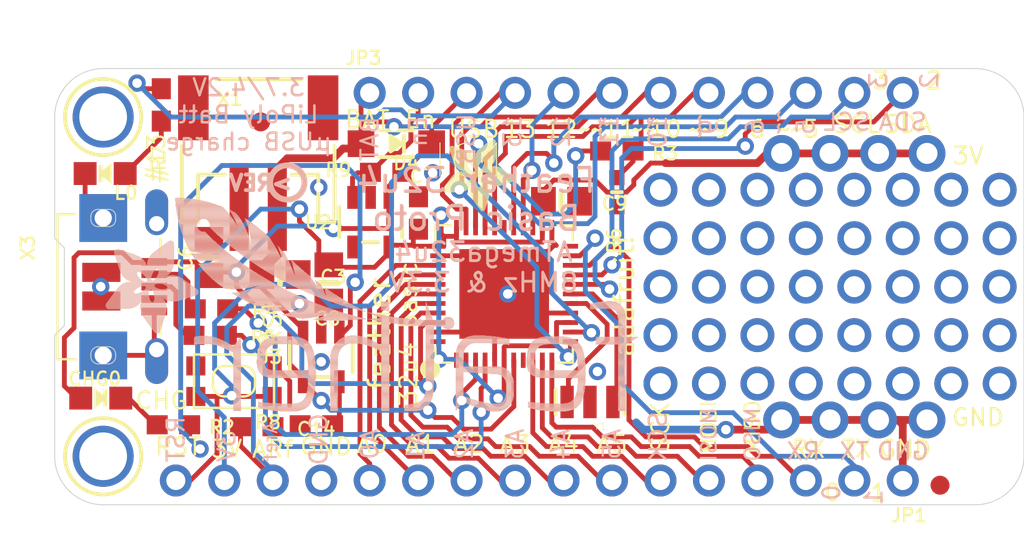
<source format=kicad_pcb>
(kicad_pcb (version 20211014) (generator pcbnew)
  (layers (0 "F.Cu" signal) (31 "B.Cu" signal) (34 "B.Paste" user) (35 "F.Paste" user) (36 "B.SilkS" user "B.Silkscreen") (37 "F.SilkS" user "F.Silkscreen") (38 "B.Mask" user) (39 "F.Mask" user) (44 "Edge.Cuts" user))
  (net 0 "")
  (net 1 "GND")
  (net 2 "D-")
  (net 3 "D+")
  (net 4 "MOSI")
  (net 5 "MISO")
  (net 6 "SCK")
  (net 7 "RST")
  (net 8 "N$11")
  (net 9 "N$12")
  (net 10 "A5")
  (net 11 "A4")
  (net 12 "A3")
  (net 13 "A2")
  (net 14 "A1")
  (net 15 "5")
  (net 16 "11")
  (net 17 "10")
  (net 18 "6")
  (net 19 "12")
  (net 20 "2")
  (net 21 "N$15")
  (net 22 "N$16")
  (net 23 "1")
  (net 24 "0")
  (net 25 "+3V3")
  (net 26 "VBUS")
  (net 27 "VBAT")
  (net 28 "N$2")
  (net 29 "AREF")
  (net 30 "13")
  (net 31 "A0")
  (net 32 "9")
  (net 33 "3")
  (net 34 "N$1")
  (net 35 "N$3")
  (net 36 "N$4")
  (net 37 "D4")
  (net 38 "D8")
  (net 39 "D7")
  (net 40 "EN")
  (net 41 "N$5")
  (net 42 "N$6")
  (net 43 "N$7")
  (net 44 "N$8")
  (net 45 "N$9")
  (net 46 "N$10")
  (net 47 "N$13")
  (net 48 "N$14")
  (net 49 "N$17")
  (net 50 "N$18")
  (net 51 "N$19")
  (net 52 "N$20")
  (net 53 "N$21")
  (net 54 "N$22")
  (net 55 "N$23")
  (net 56 "N$24")
  (net 57 "N$25")
  (net 58 "N$26")
  (net 59 "N$27")
  (net 60 "N$28")
  (net 61 "N$29")
  (net 62 "N$30")
  (net 63 "N$31")
  (net 64 "N$32")
  (net 65 "N$33")
  (net 66 "N$34")
  (net 67 "N$35")
  (net 68 "N$36")
  (net 69 "N$37")
  (net 70 "N$38")
  (net 71 "N$39")
  (net 72 "N$40")
  (net 73 "N$41")
  (net 74 "N$42")
  (net 75 "N$43")
  (net 76 "N$44")
  (net 77 "N$45")
  (net 78 "N$46")
  (net 79 "N$47")
  (net 80 "N$48")
  (footprint "" (layer "F.Cu") (at 171.3611 96.1136)
    (fp_text reference "@HOLE0" hide)
    (fp_text value "")
  )
  (footprint "boardEagle:CHIPLED_0805_NOOUTLINE" (layer "F.Cu") (at 125.7461 99.0746 90)
    (fp_text reference "L0")
    (fp_text value "RED")
  )
  (footprint "boardEagle:0603-NO" (layer "F.Cu") (at 142.1681 101.1426 90)
    (fp_text reference "C7")
    (fp_text value "1uF")
  )
  (footprint "boardEagle:MOUNTINGHOLE_2.5_PLATED" (layer "F.Cu") (at 125.6411 113.8936 -90)
    (fp_text reference "U$32" hide)
    (fp_text value "MOUNTINGHOLE2.5" hide)
  )
  (footprint "boardEagle:0603-NO" (layer "F.Cu") (at 128.6891 95.4786 -90)
    (fp_text reference "R7")
    (fp_text value "2.2K")
  )
  (footprint "" (layer "F.Cu") (at 171.3611 113.8936)
    (fp_text reference "@HOLE1" hide)
    (fp_text value "")
  )
  (footprint "boardEagle:1X12_ROUND" (layer "F.Cu") (at 153.5811 94.8436)
    (fp_text reference "JP3")
    (fp_text value "")
  )
  (footprint "boardEagle:SOT23-5" (layer "F.Cu") (at 139.6619 101.6254 180)
    (fp_text reference "U2")
    (fp_text value "SPX3819-3.3")
  )
  (footprint "boardEagle:_0603MP" (layer "F.Cu") (at 152.5651 100.0506 -90)
    (fp_text reference "R6")
    (fp_text value "100K")
  )
  (footprint "boardEagle:0603-NO" (layer "F.Cu") (at 131.3201 106.1656)
    (fp_text reference "R4")
    (fp_text value "22")
  )
  (footprint "boardEagle:FIDUCIAL_1MM" (layer "F.Cu") (at 169.5033 115.4106 -90)
    (fp_text reference "U$35" hide)
    (fp_text value "FIDUCIAL\"\"" hide)
  )
  (footprint "boardEagle:0603-NO" (layer "F.Cu") (at 140.5001 99.0092 180)
    (fp_text reference "R9")
    (fp_text value "100k")
  )
  (footprint "boardEagle:0603-NO" (layer "F.Cu") (at 131.250887 107.554913)
    (fp_text reference "R5")
    (fp_text value "22")
  )
  (footprint "boardEagle:FIDUCIAL_1MM" (layer "F.Cu") (at 133.8961 96.3676 -90)
    (fp_text reference "U$34" hide)
    (fp_text value "FIDUCIAL\"\"" hide)
  )
  (footprint "boardEagle:0603-NO" (layer "F.Cu") (at 133.6929 112.343007)
    (fp_text reference "C14")
    (fp_text value "1uF")
  )
  (footprint "boardEagle:MOUNTINGHOLE_2.5_PLATED" (layer "F.Cu") (at 125.6411 96.1136 -90)
    (fp_text reference "U$31" hide)
    (fp_text value "MOUNTINGHOLE2.5" hide)
  )
  (footprint "boardEagle:0805-NO" (layer "F.Cu") (at 131.1891 103.4746 90)
    (fp_text reference "C6")
    (fp_text value "10µF")
  )
  (footprint "boardEagle:4UCONN_20329_V2" (layer "F.Cu") (at 127.5461 105.0036 -90)
    (fp_text reference "X3")
    (fp_text value "microUSB")
    (fp_line (start 3.15 2.2) (end 3.15 1.6) (layer "Edge.Cuts") (width 0.05))
    (fp_line (start -4.05 2.15) (end -4.05 1.6) (layer "Edge.Cuts") (width 0.05))
    (fp_line (start -3.7 1.25) (end -3.5 1.25) (layer "Edge.Cuts") (width 0.05))
    (fp_line (start -3.5 2.55) (end -3.7 2.55) (layer "Edge.Cuts") (width 0.05))
    (fp_line (start 4.05 1.6) (end 4.05 2.2) (layer "Edge.Cuts") (width 0.05))
    (fp_line (start -3.15 1.6) (end -3.15 2.15) (layer "Edge.Cuts") (width 0.05))
    (fp_arc (start 3.6 1.25) (mid 3.897487 1.331802) (end 4.05 1.6) (layer "Edge.Cuts") (width 0.05))
    (fp_arc (start -3.5 1.25) (mid -3.252513 1.352513) (end -3.15 1.6) (layer "Edge.Cuts") (width 0.05))
    (fp_arc (start -3.15 2.15) (mid -3.242157 2.422487) (end -3.5 2.55) (layer "Edge.Cuts") (width 0.05))
    (fp_arc (start -4.05 1.6) (mid -3.947487 1.352513) (end -3.7 1.25) (layer "Edge.Cuts") (width 0.05))
    (fp_arc (start 4.05 2.2) (mid 3.897487 2.468198) (end 3.6 2.55) (layer "Edge.Cuts") (width 0.05))
    (fp_arc (start 3.6 2.55) (mid 3.302513 2.468198) (end 3.15 2.2) (layer "Edge.Cuts") (width 0.05))
    (fp_arc (start 3.15 1.6) (mid 3.302513 1.331802) (end 3.6 1.25) (layer "Edge.Cuts") (width 0.05))
    (fp_arc (start -3.7 2.55) (mid -3.957843 2.422487) (end -4.05 2.15) (layer "Edge.Cuts") (width 0.05))
  )
  (footprint "boardEagle:CHIPLED_0805_NOOUTLINE" (layer "F.Cu") (at 125.5141 110.8456 -90)
    (fp_text reference "CHG0")
    (fp_text value "ORANGE")
  )
  (footprint "boardEagle:0805-NO" (layer "F.Cu") (at 149.6663 100.528194)
    (fp_text reference "C9")
    (fp_text value "10uF")
  )
  (footprint "boardEagle:0603-NO" (layer "F.Cu") (at 152.5651 97.8916)
    (fp_text reference "R3")
    (fp_text value "100k")
  )
  (footprint "boardEagle:TQFN44_7MM" (layer "F.Cu") (at 146.6596 105.3846)
    (fp_text reference "IC1")
    (fp_text value "ATMEGA32U4-MU")
  )
  (footprint "boardEagle:RESONATOR-SMD" (layer "F.Cu") (at 151.157206 111.046994 180)
    (fp_text reference "Y1")
    (fp_text value "8MHz")
  )
  (footprint "boardEagle:ADAFRUIT_3.5MM" (layer "F.Cu") (at 143.4211 97.2566 -90)
    (fp_text reference "U$7" hide)
    (fp_text value "" hide)
  )
  (footprint "boardEagle:SOD-123" (layer "F.Cu") (at 141.0081 97.5106 180)
    (fp_text reference "D4")
    (fp_text value "MBR120")
  )
  (footprint "boardEagle:0805-NO" (layer "F.Cu") (at 134.9121 104.3686)
    (fp_text reference "C3")
    (fp_text value "10µF")
  )
  (footprint "boardEagle:0603-NO" (layer "F.Cu") (at 136.8171 112.2426 180)
    (fp_text reference "R8")
    (fp_text value "10K\\")
  )
  (footprint "boardEagle:JSTPH2" (layer "F.Cu") (at 133.7691 97.1296)
    (fp_text reference "X1")
    (fp_text value "JSTPH")
  )
  (footprint "boardEagle:1X16_ROUND" (layer "F.Cu") (at 148.5011 115.1636 180)
    (fp_text reference "JP1")
    (fp_text value "")
  )
  (footprint "boardEagle:0603-NO" (layer "F.Cu") (at 129.3241 112.2426)
    (fp_text reference "R2")
    (fp_text value "1K")
  )
  (footprint "boardEagle:0805-NO" (layer "F.Cu") (at 137.4671 104.8096 -90)
    (fp_text reference "C8")
    (fp_text value "10µF")
  )
  (footprint "boardEagle:KMR2" (layer "F.Cu") (at 132.4991 109.9566 180)
    (fp_text reference "SW1" hide)
    (fp_text value "SPST_TACT-KMR2" hide)
  )
  (footprint "boardEagle:SOT23-5" (layer "F.Cu") (at 137.0711 108.6866 180)
    (fp_text reference "U3")
    (fp_text value "MCP73831T-2ACI/OT")
  )
  (footprint "boardEagle:ADAFRUIT_5MM" (layer "B.Cu") (at 125.7681 102.5906)
    (fp_text reference "U$4" hide)
    (fp_text value "" hide)
  )
  (footprint "boardEagle:FEATHERLOGO" (layer "B.Cu") (at 153.7081 111.6076 180)
    (fp_text reference "U$5" hide)
    (fp_text value "" hide)
  )
  (footprint "boardEagle:PCBFEAT-REV-040" (layer "B.Cu") (at 135.2931 99.5426 180)
    (fp_text reference "U$6" hide)
    (fp_text value "" hide)
  )
  (gr_line (start 171.3611 93.5736) (end 125.6411 93.5736) (layer "Edge.Cuts") (width 0.05))
  (gr_line (start 123.6091 107.0356) (end 123.1011 107.5436) (layer "Edge.Cuts") (width 0.05))
  (gr_arc (start 125.6411 116.4336) (mid 123.845049 115.689651) (end 123.1011 113.8936) (layer "Edge.Cuts") (width 0.05))
  (gr_line (start 125.6411 116.4336) (end 171.3611 116.4336) (layer "Edge.Cuts") (width 0.05))
  (gr_line (start 123.1011 96.1136) (end 123.1011 102.4636) (layer "Edge.Cuts") (width 0.05))
  (gr_arc (start 123.1011 96.1136) (mid 123.845049 94.317549) (end 125.6411 93.5736) (layer "Edge.Cuts") (width 0.05))
  (gr_arc (start 173.9011 113.8936) (mid 173.157151 115.689651) (end 171.3611 116.4336) (layer "Edge.Cuts") (width 0.05))
  (gr_line (start 123.1011 102.4636) (end 123.6091 102.9716) (layer "Edge.Cuts") (width 0.05))
  (gr_arc (start 171.3611 93.5736) (mid 173.157151 94.317549) (end 173.9011 96.1136) (layer "Edge.Cuts") (width 0.05))
  (gr_line (start 173.9011 113.8936) (end 173.9011 96.1136) (layer "Edge.Cuts") (width 0.05))
  (gr_line (start 123.1011 107.5436) (end 123.1011 113.8936) (layer "Edge.Cuts") (width 0.05))
  (gr_line (start 123.6091 102.9716) (end 123.6091 107.0356) (layer "Edge.Cuts") (width 0.05))
  (gr_text "SCK" (at 154.7241 112.8776 -270) (layer "B.SilkS") (effects (font (size 0.89408 0.89408) (thickness 0.12192)) (justify mirror)))
  (gr_text "10" (at 154.7241 96.8756 -270) (layer "B.SilkS") (effects (font (size 0.89408 0.89408) (thickness 0.12192)) (justify mirror)))
  (gr_text "USB" (at 144.6911 97.2566 -270) (layer "B.SilkS") (effects (font (size 0.89408 0.89408) (thickness 0.12192)) (justify mirror)))
  (gr_text "TX" (at 165.0111 113.6396) (layer "B.SilkS") (effects (font (size 0.89408 0.89408) (thickness 0.12192)) (justify mirror)))
  (gr_text "GND" (at 167.5511 113.6396) (layer "B.SilkS") (effects (font (size 0.89408 0.89408) (thickness 0.12192)) (justify mirror)))
  (gr_text "ATmega32u4\n8MHz & 3.3V" (at 145.5801 103.9876) (layer "B.SilkS") (effects (font (size 0.99441 0.99441) (thickness 0.14859)) (justify mirror)))
  (gr_text "RST" (at 129.4511 113.0046 -270) (layer "B.SilkS") (effects (font (size 0.89408 0.89408) (thickness 0.12192)) (justify mirror)))
  (gr_text "~~" (at 151.6761 96.7486 -270) (layer "B.SilkS") (effects (font (size 0.89408 0.89408) (thickness 0.12192)) (justify mirror)))
  (gr_text "6" (at 159.8041 96.6216 -270) (layer "B.SilkS") (effects (font (size 0.89408 0.89408) (thickness 0.12192)) (justify mirror)))
  (gr_text "GND" (at 136.9441 113.0046 -270) (layer "B.SilkS") (effects (font (size 0.89408 0.89408) (thickness 0.12192)) (justify mirror)))
  (gr_text "A1" (at 142.0241 113.3856 -270) (layer "B.SilkS") (effects (font (size 0.89408 0.89408) (thickness 0.12192)) (justify mirror)))
  (gr_text "Feather 32u4\nBasic Proto" (at 145.1991 100.4316) (layer "B.SilkS") (effects (font (size 1.237488 1.237488) (thickness 0.184912)) (justify mirror)))
  (gr_text "1" (at 166.0271 116.0526 -270) (layer "B.SilkS") (effects (font (size 0.89408 0.89408) (thickness 0.12192)) (justify mirror)))
  (gr_text "9" (at 157.3911 96.6216 -270) (layer "B.SilkS") (effects (font (size 0.89408 0.89408) (thickness 0.12192)) (justify mirror)))
  (gr_text "13" (at 147.1041 96.8756 -270) (layer "B.SilkS") (effects (font (size 0.89408 0.89408) (thickness 0.12192)) (justify mirror)))
  (gr_text "3.7/4.2V\nLiPoly Batt\nµUSB charge" (at 133.2611 95.9866) (layer "B.SilkS") (effects (font (size 0.88392 0.88392) (thickness 0.13208)) (justify mirror)))
  (gr_text "MISO" (at 159.6771 112.7506 -270) (layer "B.SilkS") (effects (font (size 0.78232 0.78232) (thickness 0.10668)) (justify mirror)))
  (gr_text "BAT" (at 139.6111 97.2566 -270) (layer "B.SilkS") (effects (font (size 0.89408 0.89408) (thickness 0.12192)) (justify mirror)))
  (gr_text "0" (at 163.7411 115.7986 -90) (layer "B.SilkS") (effects (font (size 0.89408 0.89408) (thickness 0.12192)) (justify mirror)))
  (gr_text "SDA" (at 167.5511 96.3676) (layer "B.SilkS") (effects (font (size 0.89408 0.89408) (thickness 0.12192)) (justify mirror)))
  (gr_text "5" (at 162.4711 96.6216 -270) (layer "B.SilkS") (effects (font (size 0.89408 0.89408) (thickness 0.12192)) (justify mirror)))
  (gr_text "12" (at 149.6441 96.8756 -270) (layer "B.SilkS") (effects (font (size 0.89408 0.89408) (thickness 0.12192)) (justify mirror)))
  (gr_text "Aref" (at 134.4041 113.1316 -270) (layer "B.SilkS") (effects (font (size 0.715264 0.715264) (thickness 0.097536)) (justify mirror)))
  (gr_text "En" (at 142.1511 96.8756 -270) (layer "B.SilkS") (effects (font (size 0.89408 0.89408) (thickness 0.12192)) (justify mirror)))
  (gr_text "3" (at 166.2811 94.2086 -270) (layer "B.SilkS") (effects (font (size 0.89408 0.89408) (thickness 0.12192)) (justify mirror)))
  (gr_text "SCL" (at 164.6301 96.3676) (layer "B.SilkS") (effects (font (size 0.89408 0.89408) (thickness 0.12192)) (justify mirror)))
  (gr_text "A3" (at 147.2311 113.2586 -270) (layer "B.SilkS") (effects (font (size 0.89408 0.89408) (thickness 0.12192)) (justify mirror)))
  (gr_text "~~" (at 156.8831 96.6216 -270) (layer "B.SilkS") (effects (font (size 0.89408 0.89408) (thickness 0.12192)) (justify mirror)))
  (gr_text "2" (at 168.9481 94.2086 -270) (layer "B.SilkS") (effects (font (size 0.89408 0.89408) (thickness 0.12192)) (justify mirror)))
  (gr_text "11" (at 152.1841 96.8756 -270) (layer "B.SilkS") (effects (font (size 0.89408 0.89408) (thickness 0.12192)) (justify mirror)))
  (gr_text "RX" (at 162.3441 113.6396) (layer "B.SilkS") (effects (font (size 0.89408 0.89408) (thickness 0.12192)) (justify mirror)))
  (gr_text "MOSI" (at 157.3911 112.7506 -270) (layer "B.SilkS") (effects (font (size 0.78232 0.78232) (thickness 0.10668)) (justify mirror)))
  (gr_text "~~" (at 154.2161 96.7486 -270) (layer "B.SilkS") (effects (font (size 0.89408 0.89408) (thickness 0.12192)) (justify mirror)))
  (gr_text "A5" (at 152.3111 113.2586 -270) (layer "B.SilkS") (effects (font (size 0.89408 0.89408) (thickness 0.12192)) (justify mirror)))
  (gr_text "A2" (at 144.5641 113.2586 -270) (layer "B.SilkS") (effects (font (size 0.89408 0.89408) (thickness 0.12192)) (justify mirror)))
  (gr_text "3V" (at 132.1181 113.3856 -270) (layer "B.SilkS") (effects (font (size 0.89408 0.89408) (thickness 0.12192)) (justify mirror)))
  (gr_text "A0" (at 139.6111 113.2586 -270) (layer "B.SilkS") (effects (font (size 0.89408 0.89408) (thickness 0.12192)) (justify mirror)))
  (gr_text "~~" (at 161.0741 96.3676 -90) (layer "B.SilkS") (effects (font (size 0.89408 0.89408) (thickness 0.12192)) (justify mirror)))
  (gr_text "A4" (at 149.6441 113.2586 -270) (layer "B.SilkS") (effects (font (size 0.89408 0.89408) (thickness 0.12192)) (justify mirror)))
  (gr_text "A0" (at 139.7381 113.2586) (layer "F.SilkS") (effects (font (size 0.89408 0.89408) (thickness 0.12192))))
  (gr_text "~~9" (at 157.3911 96.7486) (layer "F.SilkS") (effects (font (size 0.89408 0.89408) (thickness 0.12192))))
  (gr_text "A5" (at 152.3111 113.2586) (layer "F.SilkS") (effects (font (size 0.89408 0.89408) (thickness 0.12192))))
  (gr_text "adafruit!" (at 152.9461 105.5116 90) (layer "F.SilkS") (effects (font (size 1.00584 1.00584) (thickness 0.13716))))
  (gr_text "RST" (at 134.5311 106.9086 90) (layer "F.SilkS") (effects (font (size 0.89408 0.89408) (thickness 0.12192))))
  (gr_text "0" (at 163.8681 115.7986) (layer "F.SilkS") (effects (font (size 0.89408 0.89408) (thickness 0.12192))))
  (gr_text "3" (at 166.4081 94.2086) (layer "F.SilkS") (effects (font (size 0.89408 0.89408) (thickness 0.12192))))
  (gr_text "En" (at 142.2781 96.2406) (layer "F.SilkS") (effects (font (size 0.89408 0.89408) (thickness 0.12192))))
  (gr_text "1" (at 166.2811 115.7986) (layer "F.SilkS") (effects (font (size 0.89408 0.89408) (thickness 0.12192))))
  (gr_text "~~11" (at 152.0571 96.7486) (layer "F.SilkS") (effects (font (size 0.89408 0.89408) (thickness 0.12192))))
  (gr_text "3V" (at 170.9801 98.1456) (layer "F.SilkS") (effects (font (size 0.89408 0.89408) (thickness 0.12192))))
  (gr_text "A1" (at 142.2781 113.2586) (layer "F.SilkS") (effects (font (size 0.89408 0.89408) (thickness 0.12192))))
  (gr_text "SCL" (at 165.1381 96.4946) (layer "F.SilkS") (effects (font (size 0.89408 0.89408) (thickness 0.12192))))
  (gr_text "MISO" (at 159.6771 112.3696 90) (layer "F.SilkS") (effects (font (size 0.78232 0.78232) (thickness 0.10668))))
  (gr_text "#13" (at 128.4351 98.2726 90) (layer "F.SilkS") (effects (font (size 0.89408 0.89408) (thickness 0.12192))))
  (gr_text "GND" (at 171.4881 111.8616) (layer "F.SilkS") (effects (font (size 0.89408 0.89408) (thickness 0.12192))))
  (gr_text "GND" (at 137.3251 113.3856) (layer "F.SilkS") (effects (font (size 0.89408 0.89408) (thickness 0.12192))))
  (gr_text "TX" (at 165.1381 113.5126) (layer "F.SilkS") (effects (font (size 0.89408 0.89408) (thickness 0.12192))))
  (gr_text "BAT" (at 139.4841 96.2406) (layer "F.SilkS") (effects (font (size 0.89408 0.89408) (thickness 0.12192))))
  (gr_text "SCK" (at 154.8511 112.3696 90) (layer "F.SilkS") (effects (font (size 0.89408 0.89408) (thickness 0.12192))))
  (gr_text "RX" (at 162.5981 113.5126) (layer "F.SilkS") (effects (font (size 0.89408 0.89408) (thickness 0.12192))))
  (gr_text "~~5" (at 162.0901 96.7486) (layer "F.SilkS") (effects (font (size 0.89408 0.89408) (thickness 0.12192))))
  (gr_text "A3" (at 147.2311 113.2586) (layer "F.SilkS") (effects (font (size 0.89408 0.89408) (thickness 0.12192))))
  (gr_text "RST" (at 129.5781 113.3856) (layer "F.SilkS") (effects (font (size 0.89408 0.89408) (thickness 0.12192))))
  (gr_text "GND" (at 167.6781 113.5126) (layer "F.SilkS") (effects (font (size 0.89408 0.89408) (thickness 0.12192))))
  (gr_text "3V" (at 132.1181 113.5126) (layer "F.SilkS") (effects (font (size 0.89408 0.89408) (thickness 0.12192))))
  (gr_text "2" (at 169.2021 94.2086) (layer "F.SilkS") (effects (font (size 0.89408 0.89408) (thickness 0.12192))))
  (gr_text "~~" (at 153.9621 96.7486) (layer "F.SilkS") (effects (font (size 0.89408 0.89408) (thickness 0.12192))))
  (gr_text "SDA" (at 167.8051 96.4946) (layer "F.SilkS") (effects (font (size 0.89408 0.89408) (thickness 0.12192))))
  (gr_text "USB" (at 145.0721 96.7486) (layer "F.SilkS") (effects (font (size 0.89408 0.89408) (thickness 0.12192))))
  (gr_text "feather" (at 140.1191 107.4801 90) (layer "F.SilkS") (effects (font (size 1.1176 1.1176) (thickness 0.1524))))
  (gr_text "10" (at 155.1051 96.7486) (layer "F.SilkS") (effects (font (size 0.89408 0.89408) (thickness 0.12192))))
  (gr_text "A4" (at 149.7711 113.2586) (layer "F.SilkS") (effects (font (size 0.89408 0.89408) (thickness 0.12192))))
  (gr_text "ARf" (at 134.5311 113.5126) (layer "F.SilkS") (effects (font (size 0.89408 0.89408) (thickness 0.12192))))
  (gr_text "MOSI" (at 157.3911 112.3696 90) (layer "F.SilkS") (effects (font (size 0.78232 0.78232) (thickness 0.10668))))
  (gr_text "6" (at 159.9311 96.7486) (layer "F.SilkS") (effects (font (size 0.89408 0.89408) (thickness 0.12192))))
  (gr_text "12" (at 149.6441 96.7486) (layer "F.SilkS") (effects (font (size 0.89408 0.89408) (thickness 0.12192))))
  (gr_text "A2" (at 144.8181 113.2586) (layer "F.SilkS") (effects (font (size 0.89408 0.89408) (thickness 0.12192))))
  (gr_text "13" (at 147.4851 96.7486) (layer "F.SilkS") (effects (font (size 0.89408 0.89408) (thickness 0.12192))))
  (gr_text "32u4 basic" (at 141.6431 107.4801 90) (layer "F.SilkS") (effects (font (size 0.89408 0.89408) (thickness 0.12192))))
  (gr_text "CHG" (at 128.6891 110.9726) (layer "F.SilkS") (effects (font (size 0.89408 0.89408) (thickness 0.12192))))
  (segment (start 149.319284 102.788416) (end 146.9771 105.1306) (width 0.254) (layer "F.Cu") (net 1))
  (segment (start 143.1846 107.3846) (end 145.3581 107.3846) (width 0.254) (layer "F.Cu") (net 1))
  (segment (start 146.8501 105.3846) (end 146.8501 105.8926) (width 0.254) (layer "F.Cu") (net 1))
  (segment (start 167.5511 115.1636) (end 167.5511 112.2426) (width 0.4064) (layer "F.Cu") (net 1))
  (segment (start 166.2811 111.9886) (end 167.2971 111.9886) (width 0.4064) (layer "F.Cu") (net 1))
  (segment (start 135.4201 109.9566) (end 135.4201 111.2266) (width 0.254) (layer "F.Cu") (net 1))
  (segment (start 147.8501 106.3846) (end 146.8501 105.3846) (width 0.254) (layer "F.Cu") (net 1))
  (segment (start 146.319284 105.915416) (end 146.8501 105.3846) (width 0.254) (layer "F.Cu") (net 1))
  (segment (start 143.1846 103.3846) (end 145.2311 103.3846) (width 0.254) (layer "F.Cu") (net 1))
  (segment (start 146.8501 105.8926) (end 145.3581 107.3846) (width 0.254) (layer "F.Cu") (net 1))
  (segment (start 134.6201 109.1566) (end 135.4201 109.9566) (width 0.254) (layer "F.Cu") (net 1))
  (segment (start 163.7411 111.9886) (end 166.2811 111.9886) (width 0.4064) (layer "F.Cu") (net 1))
  (segment (start 161.2011 111.9886) (end 163.7411 111.9886) (width 0.4064) (layer "F.Cu") (net 1))
  (segment (start 137.0711 107.3865) (end 137.0711 105.7596) (width 0.254) (layer "F.Cu") (net 1))
  (segment (start 128.1461 108.6036) (end 128.4461 108.3036) (width 0.254) (layer "F.Cu") (net 1))
  (segment (start 149.1596 102.6141) (end 149.3901 102.8446) (width 0.254) (layer "F.Cu") (net 1))
  (segment (start 146.1596 108.8596) (end 146.1596 106.0751) (width 0.254) (layer "F.Cu") (net 1))
  (segment (start 137.0711 105.7596) (end 137.4671 105.7596) (width 0.254) (layer "F.Cu") (net 1))
  (segment (start 145.2311 103.3846) (end 146.9771 105.1306) (width 0.254) (layer "F.Cu") (net 1))
  (segment (start 134.4991 109.1566) (end 134.6201 109.1566) (width 0.254) (layer "F.Cu") (net 1))
  (segment (start 146.1596 106.0751) (end 146.8501 105.3846) (width 0.254) (layer "F.Cu") (net 1))
  (segment (start 146.9771 105.2576) (end 146.8501 105.3846) (width 0.254) (layer "F.Cu") (net 1))
  (segment (start 150.1346 106.3846) (end 147.8501 106.3846) (width 0.254) (layer "F.Cu") (net 1))
  (segment (start 167.2971 111.9886) (end 168.8211 111.9886) (width 0.4064) (layer "F.Cu") (net 1))
  (segment (start 124.6961 101.4036) (end 125.6461 101.4036) (width 0.254) (layer "F.Cu") (net 1))
  (segment (start 160.6931 112.4966) (end 161.2011 111.9886) (width 0.4064) (layer "F.Cu") (net 1))
  (segment (start 125.6461 108.6036) (end 128.1461 108.6036) (width 0.254) (layer "F.Cu") (net 1))
  (segment (start 128.3211 106.3036) (end 128.3211 108.1786) (width 0.254) (layer "F.Cu") (net 1))
  (segment (start 158.2801 112.4966) (end 160.6931 112.4966) (width 0.4064) (layer "F.Cu") (net 1))
  (segment (start 146.9771 105.1306) (end 146.9771 105.2576) (width 0.254) (layer "F.Cu") (net 1))
  (segment (start 167.5511 112.2426) (end 167.2971 111.9886) (width 0.4064) (layer "F.Cu") (net 1))
  (segment (start 128.3211 108.1786) (end 128.4461 108.3036) (width 0.254) (layer "F.Cu") (net 1))
  (segment (start 149.1596 101.9096) (end 149.1596 102.6141) (width 0.254) (layer "F.Cu") (net 1))
  (segment (start 145.178493 103.331994) (end 145.2311 103.3846) (width 0.254) (layer "F.Cu") (net 1))
  (segment (start 124.6961 99.0746) (end 124.6961 101.4036) (width 0.254) (layer "F.Cu") (net 1))
  (via (at 163.7411 111.9886) (size 1.9304) (drill 1.1) (layers "F.Cu" "B.Cu") (net 1))
  (via (at 125.5141 105.0036) (size 0.9064) (drill 0.5) (layers "F.Cu" "B.Cu") (net 1))
  (via (at 137.0711 108.9406) (size 0.9064) (drill 0.5) (layers "F.Cu" "B.Cu") (net 1))
  (via (at 136.9441 99.7966) (size 0.9064) (drill 0.5) (layers "F.Cu" "B.Cu") (net 1))
  (via (at 166.2811 111.9886) (size 1.9304) (drill 1.1) (layers "F.Cu" "B.Cu") (net 1))
  (via (at 146.8501 105.3846) (size 0.9064) (drill 0.5) (layers "F.Cu" "B.Cu") (net 1))
  (via (at 161.2011 111.9886) (size 1.9304) (drill 1.1) (layers "F.Cu" "B.Cu") (net 1))
  (via (at 142.9131 99.0346) (size 0.9064) (drill 0.5) (layers "F.Cu" "B.Cu") (net 1))
  (via (at 135.9281 105.8926) (size 0.9064) (drill 0.5) (layers "F.Cu" "B.Cu") (net 1))
  (via (at 151.5491 109.4486) (size 0.9064) (drill 0.5) (layers "F.Cu" "B.Cu") (net 1))
  (via (at 158.2801 112.4966) (size 0.9064) (drill 0.5) (layers "F.Cu" "B.Cu") (net 1))
  (via (at 168.8211 111.9886) (size 1.9304) (drill 1.1) (layers "F.Cu" "B.Cu") (net 1))
  (segment (start 158.2801 112.4966) (end 153.9621 112.4966) (width 0.4064) (layer "B.Cu") (net 1))
  (segment (start 153.9621 112.4966) (end 153.5811 112.1156) (width 0.4064) (layer "B.Cu") (net 1))
  (segment (start 132.1701 106.1656) (end 133.0261 106.1656) (width 0.254) (layer "F.Cu") (net 2))
  (segment (start 133.0261 106.1656) (end 133.7691 106.9086) (width 0.254) (layer "F.Cu") (net 2))
  (segment (start 144.4371 110.5916) (end 144.4371 110.9726) (width 0.254) (layer "F.Cu") (net 2))
  (segment (start 145.1596 109.8691) (end 144.4371 110.5916) (width 0.254) (layer "F.Cu") (net 2))
  (segment (start 145.1596 108.8596) (end 145.1596 109.8691) (width 0.254) (layer "F.Cu") (net 2))
  (via (at 144.4371 110.9726) (size 0.9064) (drill 0.5) (layers "F.Cu" "B.Cu") (net 2))
  (via (at 133.7691 106.9086) (size 0.9064) (drill 0.5) (layers "F.Cu" "B.Cu") (net 2))
  (segment (start 143.9291 112.7506) (end 144.4371 112.2426) (width 0.254) (layer "B.Cu") (net 2))
  (segment (start 135.1661 112.7506) (end 134.6581 112.2426) (width 0.254) (layer "B.Cu") (net 2))
  (segment (start 144.4371 112.2426) (end 144.4371 110.9726) (width 0.254) (layer "B.Cu") (net 2))
  (segment (start 134.6581 107.7976) (end 133.7691 106.9086) (width 0.254) (layer "B.Cu") (net 2))
  (segment (start 134.6581 112.2426) (end 134.6581 107.7976) (width 0.254) (layer "B.Cu") (net 2))
  (segment (start 135.1661 112.7506) (end 143.9291 112.7506) (width 0.254) (layer "B.Cu") (net 2))
  (segment (start 132.891412 107.554913) (end 133.3881 108.0516) (width 0.254) (layer "F.Cu") (net 3))
  (segment (start 132.100887 107.554913) (end 132.891412 107.554913) (width 0.254) (layer "F.Cu") (net 3))
  (segment (start 145.4531 111.3536) (end 145.4531 111.5822) (width 0.254) (layer "F.Cu") (net 3))
  (segment (start 145.6596 110.1311) (end 145.4531 110.3376) (width 0.254) (layer "F.Cu") (net 3))
  (segment (start 145.4531 110.3376) (end 145.4531 111.5822) (width 0.254) (layer "F.Cu") (net 3))
  (segment (start 145.6596 108.8596) (end 145.6596 110.1311) (width 0.254) (layer "F.Cu") (net 3))
  (via (at 133.3881 108.0516) (size 0.9064) (drill 0.5) (layers "F.Cu" "B.Cu") (net 3))
  (via (at 145.4531 111.5822) (size 0.9064) (drill 0.5) (layers "F.Cu" "B.Cu") (net 3))
  (segment (start 135.0391 113.3856) (end 134.1501 112.4966) (width 0.254) (layer "B.Cu") (net 3))
  (segment (start 133.3881 108.0516) (end 134.1501 108.8136) (width 0.254) (layer "B.Cu") (net 3))
  (segment (start 135.0391 113.3856) (end 145.4531 113.3856) (width 0.254) (layer "B.Cu") (net 3))
  (segment (start 145.4531 113.3856) (end 145.4531 111.5822) (width 0.254) (layer "B.Cu") (net 3))
  (segment (start 134.1501 112.4966) (end 134.1501 108.8136) (width 0.254) (layer "B.Cu") (net 3))
  (segment (start 148.6596 112.4011) (end 148.6596 108.8596) (width 0.254) (layer "F.Cu") (net 4))
  (segment (start 149.1361 112.8776) (end 151.0411 112.8776) (width 0.254) (layer "F.Cu") (net 4))
  (segment (start 153.5811 113.8936) (end 155.7401 113.8936) (width 0.254) (layer "F.Cu") (net 4))
  (segment (start 148.6596 112.4011) (end 149.1361 112.8776) (width 0.254) (layer "F.Cu") (net 4))
  (segment (start 151.5491 113.3856) (end 153.0731 113.3856) (width 0.254) (layer "F.Cu") (net 4))
  (segment (start 155.7401 113.8936) (end 157.0101 115.1636) (width 0.254) (layer "F.Cu") (net 4))
  (segment (start 157.0101 115.1636) (end 157.3911 115.1636) (width 0.254) (layer "F.Cu") (net 4))
  (segment (start 151.0411 112.8776) (end 151.5491 113.3856) (width 0.254) (layer "F.Cu") (net 4))
  (segment (start 153.0731 113.3856) (end 153.5811 113.8936) (width 0.254) (layer "F.Cu") (net 4))
  (segment (start 159.9311 114.6556) (end 159.9311 115.1636) (width 0.254) (layer "F.Cu") (net 5))
  (segment (start 149.1596 112.1391) (end 149.3901 112.3696) (width 0.254) (layer "F.Cu") (net 5))
  (segment (start 153.8351 113.3856) (end 156.3751 113.3856) (width 0.254) (layer "F.Cu") (net 5))
  (segment (start 159.1691 113.8936) (end 159.9311 114.6556) (width 0.254) (layer "F.Cu") (net 5))
  (segment (start 149.1596 108.8596) (end 149.1596 112.1391) (width 0.254) (layer "F.Cu") (net 5))
  (segment (start 156.8831 113.8936) (end 159.1691 113.8936) (width 0.254) (layer "F.Cu") (net 5))
  (segment (start 156.3751 113.3856) (end 156.8831 113.8936) (width 0.254) (layer "F.Cu") (net 5))
  (segment (start 153.3271 112.8776) (end 153.8351 113.3856) (width 0.254) (layer "F.Cu") (net 5))
  (segment (start 151.2951 112.3696) (end 151.8031 112.8776) (width 0.254) (layer "F.Cu") (net 5))
  (segment (start 151.8031 112.8776) (end 153.3271 112.8776) (width 0.254) (layer "F.Cu") (net 5))
  (segment (start 149.3901 112.3696) (end 151.2951 112.3696) (width 0.254) (layer "F.Cu") (net 5))
  (segment (start 148.1596 112.6631) (end 148.1596 108.8596) (width 0.254) (layer "F.Cu") (net 6))
  (segment (start 150.7871 113.3856) (end 151.2951 113.8936) (width 0.254) (layer "F.Cu") (net 6))
  (segment (start 152.8191 113.8936) (end 154.0891 115.1636) (width 0.254) (layer "F.Cu") (net 6))
  (segment (start 148.1596 112.6631) (end 148.8821 113.3856) (width 0.254) (layer "F.Cu") (net 6))
  (segment (start 154.0891 115.1636) (end 154.8511 115.1636) (width 0.254) (layer "F.Cu") (net 6))
  (segment (start 151.2951 113.8936) (end 152.8191 113.8936) (width 0.254) (layer "F.Cu") (net 6))
  (segment (start 148.8821 113.3856) (end 150.7871 113.3856) (width 0.254) (layer "F.Cu") (net 6))
  (segment (start 132.3721 110.7566) (end 132.3721 110.7186) (width 0.254) (layer "F.Cu") (net 7))
  (segment (start 130.2131 115.1636) (end 129.4511 115.1636) (width 0.254) (layer "F.Cu") (net 7))
  (segment (start 131.6101 113.7666) (end 131.6101 110.7566) (width 0.254) (layer "F.Cu") (net 7))
  (segment (start 130.4991 110.7566) (end 131.6101 110.7566) (width 0.254) (layer "F.Cu") (net 7))
  (segment (start 150.1346 107.3846) (end 151.1996 107.3846) (width 0.254) (layer "F.Cu") (net 7))
  (segment (start 132.3721 110.7566) (end 134.4991 110.7566) (width 0.254) (layer "F.Cu") (net 7))
  (segment (start 131.6101 113.7666) (end 130.2131 115.1636) (width 0.254) (layer "F.Cu") (net 7))
  (segment (start 129.4511 115.1636) (end 129.5781 115.1636) (width 0.254) (layer "F.Cu") (net 7))
  (segment (start 131.6101 110.7566) (end 132.3721 110.7566) (width 0.254) (layer "F.Cu") (net 7))
  (segment (start 151.1996 107.3846) (end 151.2316 107.4166) (width 0.254) (layer "F.Cu") (net 7))
  (via (at 132.3721 110.7186) (size 0.9064) (drill 0.5) (layers "F.Cu" "B.Cu") (net 7))
  (via (at 151.2316 107.4166) (size 0.9064) (drill 0.5) (layers "F.Cu" "B.Cu") (net 7))
  (segment (start 139.6111 106.0196) (end 140.7541 104.8766) (width 0.254) (layer "B.Cu") (net 7))
  (segment (start 131.4831 109.3216) (end 132.3721 110.2106) (width 0.254) (layer "B.Cu") (net 7))
  (segment (start 136.4361 104.8766) (end 133.5151 104.8766) (width 0.254) (layer "B.Cu") (net 7))
  (segment (start 139.6111 106.0196) (end 137.5791 106.0196) (width 0.254) (layer "B.Cu") (net 7))
  (segment (start 132.3721 110.2106) (end 132.3721 110.7186) (width 0.254) (layer "B.Cu") (net 7))
  (segment (start 133.5151 104.8766) (end 131.4831 106.9086) (width 0.254) (layer "B.Cu") (net 7))
  (segment (start 140.7541 99.5426) (end 142.1511 98.1456) (width 0.254) (layer "B.Cu") (net 7))
  (segment (start 149.1361 105.3211) (end 151.2316 107.4166) (width 0.254) (layer "B.Cu") (net 7))
  (segment (start 140.7541 104.8766) (end 140.7541 99.5426) (width 0.254) (layer "B.Cu") (net 7))
  (segment (start 143.6751 98.1456) (end 142.1511 98.1456) (width 0.254) (layer "B.Cu") (net 7))
  (segment (start 143.6751 98.1456) (end 149.1361 103.6066) (width 0.254) (layer "B.Cu") (net 7))
  (segment (start 137.5791 106.0196) (end 136.4361 104.8766) (width 0.254) (layer "B.Cu") (net 7))
  (segment (start 149.1361 103.6066) (end 149.1361 105.3211) (width 0.254) (layer "B.Cu") (net 7))
  (segment (start 131.4831 106.9086) (end 131.4831 109.3216) (width 0.254) (layer "B.Cu") (net 7))
  (segment (start 150.1346 105.8846) (end 150.9696 105.8846) (width 0.254) (layer "F.Cu") (net 8))
  (segment (start 152.0571 107.7976) (end 152.0571 106.9721) (width 0.254) (layer "F.Cu") (net 8))
  (segment (start 152.0571 107.7976) (end 150.0251 109.8296) (width 0.254) (layer "F.Cu") (net 8))
  (segment (start 150.0251 110.9791) (end 149.957206 111.046994) (width 0.254) (layer "F.Cu") (net 8))
  (segment (start 150.9696 105.8846) (end 152.0571 106.9721) (width 0.254) (layer "F.Cu") (net 8))
  (segment (start 150.0251 109.8296) (end 150.0251 110.9791) (width 0.254) (layer "F.Cu") (net 8))
  (segment (start 152.5651 106.6546) (end 152.5651 110.8391) (width 0.254) (layer "F.Cu") (net 9))
  (segment (start 151.2951 105.3846) (end 152.5651 106.6546) (width 0.254) (layer "F.Cu") (net 9))
  (segment (start 152.5651 110.8391) (end 152.357206 111.046994) (width 0.254) (layer "F.Cu") (net 9))
  (segment (start 150.1346 105.3846) (end 151.2951 105.3846) (width 0.254) (layer "F.Cu") (net 9))
  (segment (start 143.1846 106.3846) (end 142.2941 106.3846) (width 0.254) (layer "F.Cu") (net 10))
  (segment (start 142.4051 112.3696) (end 143.6751 112.3696) (width 0.254) (layer "F.Cu") (net 10))
  (segment (start 143.6751 112.3696) (end 144.2847 112.9792) (width 0.254) (layer "F.Cu") (net 10))
  (segment (start 142.2941 106.3846) (end 141.7701 106.9086) (width 0.254) (layer "F.Cu") (net 10))
  (segment (start 148.5011 113.8936) (end 147.9931 113.3856) (width 0.254) (layer "F.Cu") (net 10))
  (segment (start 146.2151 113.3856) (end 145.8087 112.9792) (width 0.254) (layer "F.Cu") (net 10))
  (segment (start 152.3111 115.1636) (end 151.8031 115.1636) (width 0.254) (layer "F.Cu") (net 10))
  (segment (start 151.8031 115.1636) (end 150.5331 113.8936) (width 0.254) (layer "F.Cu") (net 10))
  (segment (start 141.7701 111.7346) (end 141.7701 106.9086) (width 0.254) (layer "F.Cu") (net 10))
  (segment (start 145.8087 112.9792) (end 144.2847 112.9792) (width 0.254) (layer "F.Cu") (net 10))
  (segment (start 141.7701 111.7346) (end 142.4051 112.3696) (width 0.254) (layer "F.Cu") (net 10))
  (segment (start 147.9931 113.3856) (end 146.2151 113.3856) (width 0.254) (layer "F.Cu") (net 10))
  (segment (start 150.5331 113.8936) (end 148.5011 113.8936) (width 0.254) (layer "F.Cu") (net 10))
  (segment (start 143.4211 112.8776) (end 144.0307 113.4872) (width 0.254) (layer "F.Cu") (net 11))
  (segment (start 145.9611 113.8936) (end 147.7391 113.8936) (width 0.254) (layer "F.Cu") (net 11))
  (segment (start 142.0321 105.8846) (end 141.2621 106.6546) (width 0.254) (layer "F.Cu") (net 11))
  (segment (start 141.2621 106.6546) (end 141.2621 111.9886) (width 0.254) (layer "F.Cu") (net 11))
  (segment (start 147.7391 113.8936) (end 149.0091 115.1636) (width 0.254) (layer "F.Cu") (net 11))
  (segment (start 143.1846 105.8846) (end 142.0321 105.8846) (width 0.254) (layer "F.Cu") (net 11))
  (segment (start 149.0091 115.1636) (end 149.7711 115.1636) (width 0.254) (layer "F.Cu") (net 11))
  (segment (start 145.5547 113.4872) (end 145.9611 113.8936) (width 0.254) (layer "F.Cu") (net 11))
  (segment (start 144.0307 113.4872) (end 145.5547 113.4872) (width 0.254) (layer "F.Cu") (net 11))
  (segment (start 142.1511 112.8776) (end 143.4211 112.8776) (width 0.254) (layer "F.Cu") (net 11))
  (segment (start 141.2621 111.9886) (end 142.1511 112.8776) (width 0.254) (layer "F.Cu") (net 11))
  (segment (start 143.1671 113.3856) (end 143.7767 113.9952) (width 0.254) (layer "F.Cu") (net 12))
  (segment (start 143.1846 105.3846) (end 141.7701 105.3846) (width 0.254) (layer "F.Cu") (net 12))
  (segment (start 141.8971 113.3856) (end 143.1671 113.3856) (width 0.254) (layer "F.Cu") (net 12))
  (segment (start 141.7701 105.3846) (end 140.7541 106.4006) (width 0.254) (layer "F.Cu") (net 12))
  (segment (start 145.3007 113.9952) (end 146.4691 115.1636) (width 0.254) (layer "F.Cu") (net 12))
  (segment (start 140.7541 112.2426) (end 141.8971 113.3856) (width 0.254) (layer "F.Cu") (net 12))
  (segment (start 147.2311 115.1636) (end 146.4691 115.1636) (width 0.254) (layer "F.Cu") (net 12))
  (segment (start 140.7541 112.2426) (end 140.7541 106.4006) (width 0.254) (layer "F.Cu") (net 12))
  (segment (start 143.7767 113.9952) (end 145.3007 113.9952) (width 0.254) (layer "F.Cu") (net 12))
  (segment (start 144.6911 115.1636) (end 144.1831 115.1636) (width 0.254) (layer "F.Cu") (net 13))
  (segment (start 143.1846 104.8846) (end 141.5081 104.8846) (width 0.254) (layer "F.Cu") (net 13))
  (segment (start 142.9131 113.8936) (end 144.1831 115.1636) (width 0.254) (layer "F.Cu") (net 13))
  (segment (start 141.6431 113.8936) (end 142.9131 113.8936) (width 0.254) (layer "F.Cu") (net 13))
  (segment (start 141.5081 104.8846) (end 140.1191 106.2736) (width 0.254) (layer "F.Cu") (net 13))
  (segment (start 140.1191 112.3696) (end 140.1191 106.2736) (width 0.254) (layer "F.Cu") (net 13))
  (segment (start 140.1191 112.3696) (end 141.6431 113.8936) (width 0.254) (layer "F.Cu") (net 13))
  (segment (start 139.6111 112.6236) (end 142.1511 115.1636) (width 0.254) (layer "F.Cu") (net 14))
  (segment (start 141.2461 104.3846) (end 139.6111 106.0196) (width 0.254) (layer "F.Cu") (net 14))
  (segment (start 143.1846 104.3846) (end 141.2461 104.3846) (width 0.254) (layer "F.Cu") (net 14))
  (segment (start 139.6111 106.0196) (end 139.6111 112.6236) (width 0.254) (layer "F.Cu") (net 14))
  (segment (start 145.1596 97.6771) (end 145.3261 97.5106) (width 0.254) (layer "F.Cu") (net 15))
  (segment (start 145.1596 101.9096) (end 145.1596 97.6771) (width 0.254) (layer "F.Cu") (net 15))
  (via (at 145.3261 97.5106) (size 0.9064) (drill 0.5) (layers "F.Cu" "B.Cu") (net 15))
  (segment (start 151.4221 101.3206) (end 151.4221 97.1296) (width 0.254) (layer "B.Cu") (net 15))
  (segment (start 160.9471 96.1136) (end 158.7881 96.1136) (width 0.254) (layer "B.Cu") (net 15))
  (segment (start 162.4711 94.8436) (end 162.2171 94.8436) (width 0.254) (layer "B.Cu") (net 15))
  (segment (start 145.3261 98.5266) (end 145.3261 97.5106) (width 0.254) (layer "B.Cu") (net 15))
  (segment (start 158.2801 96.6216) (end 158.7881 96.1136) (width 0.254) (layer "B.Cu") (net 15))
  (segment (start 151.4221 97.1296) (end 151.9301 96.6216) (width 0.254) (layer "B.Cu") (net 15))
  (segment (start 162.5981 94.8436) (end 162.4711 94.8436) (width 0.254) (layer "B.Cu") (net 15))
  (segment (start 148.5011 101.7016) (end 151.0411 101.7016) (width 0.254) (layer "B.Cu") (net 15))
  (segment (start 151.9301 96.6216) (end 158.2801 96.6216) (width 0.254) (layer "B.Cu") (net 15))
  (segment (start 162.2171 94.8436) (end 160.9471 96.1136) (width 0.254) (layer "B.Cu") (net 15))
  (segment (start 148.5011 101.7016) (end 145.3261 98.5266) (width 0.254) (layer "B.Cu") (net 15))
  (segment (start 151.0411 101.7016) (end 151.4221 101.3206) (width 0.254) (layer "B.Cu") (net 15))
  (segment (start 145.9611 96.1136) (end 145.4531 96.6216) (width 0.254) (layer "F.Cu") (net 16))
  (segment (start 144.8181 96.6216) (end 144.4371 97.0026) (width 0.254) (layer "F.Cu") (net 16))
  (segment (start 152.3111 94.8436) (end 151.5491 94.8436) (width 0.254) (layer "F.Cu") (net 16))
  (segment (start 150.1346 108.5771) (end 150.0251 108.6866) (width 0.254) (layer "F.Cu") (net 16))
  (segment (start 150.2791 96.1136) (end 145.9611 96.1136) (width 0.254) (layer "F.Cu") (net 16))
  (segment (start 150.1346 107.8846) (end 150.1346 108.5771) (width 0.254) (layer "F.Cu") (net 16))
  (segment (start 145.4531 96.6216) (end 144.8181 96.6216) (width 0.254) (layer "F.Cu") (net 16))
  (segment (start 151.5491 94.8436) (end 150.2791 96.1136) (width 0.254) (layer "F.Cu") (net 16))
  (segment (start 144.4371 99.9236) (end 144.3101 99.9236) (width 0.254) (layer "F.Cu") (net 16))
  (segment (start 144.4371 97.0026) (end 144.4371 99.9236) (width 0.254) (layer "F.Cu") (net 16))
  (via (at 144.3101 99.9236) (size 0.9064) (drill 0.5) (layers "F.Cu" "B.Cu") (net 16))
  (via (at 150.0251 108.6866) (size 0.9064) (drill 0.5) (layers "F.Cu" "B.Cu") (net 16))
  (segment (start 148.3741 103.9876) (end 148.3741 107.0356) (width 0.254) (layer "B.Cu") (net 16))
  (segment (start 148.3741 107.0356) (end 150.0251 108.6866) (width 0.254) (layer "B.Cu") (net 16))
  (segment (start 144.3101 99.9236) (end 148.3741 103.9876) (width 0.254) (layer "B.Cu") (net 16))
  (segment (start 152.8191 96.1136) (end 154.0891 94.8436) (width 0.254) (layer "F.Cu") (net 17))
  (segment (start 145.6596 101.9096) (end 145.6596 98.3201) (width 0.254) (layer "F.Cu") (net 17))
  (segment (start 145.6596 98.3201) (end 146.2151 97.7646) (width 0.254) (layer "F.Cu") (net 17))
  (segment (start 146.2151 97.7646) (end 146.2151 96.8756) (width 0.254) (layer "F.Cu") (net 17))
  (segment (start 146.2151 96.8756) (end 146.4691 96.6216) (width 0.254) (layer "F.Cu") (net 17))
  (segment (start 154.8511 94.8436) (end 154.0891 94.8436) (width 0.254) (layer "F.Cu") (net 17))
  (segment (start 146.4691 96.6216) (end 150.5331 96.6216) (width 0.254) (layer "F.Cu") (net 17))
  (segment (start 151.0411 96.1136) (end 152.8191 96.1136) (width 0.254) (layer "F.Cu") (net 17))
  (segment (start 150.5331 96.6216) (end 151.0411 96.1136) (width 0.254) (layer "F.Cu") (net 17))
  (segment (start 147.1596 98.7251) (end 147.8661 98.0186) (width 0.254) (layer "F.Cu") (net 18))
  (segment (start 147.8661 98.0186) (end 148.8821 98.0186) (width 0.254) (layer "F.Cu") (net 18))
  (segment (start 148.8821 98.0186) (end 149.2631 98.3996) (width 0.254) (layer "F.Cu") (net 18))
  (segment (start 149.2631 98.3996) (end 149.2631 98.5266) (width 0.254) (layer "F.Cu") (net 18))
  (segment (start 147.1596 101.9096) (end 147.1596 98.7251) (width 0.254) (layer "F.Cu") (net 18))
  (via (at 149.2631 98.5266) (size 0.9064) (drill 0.5) (layers "F.Cu" "B.Cu") (net 18))
  (segment (start 158.0261 96.1136) (end 159.2961 94.8436) (width 0.254) (layer "B.Cu") (net 18))
  (segment (start 149.2631 98.5266) (end 149.2631 97.5106) (width 0.254) (layer "B.Cu") (net 18))
  (segment (start 150.6601 96.1136) (end 158.0261 96.1136) (width 0.254) (layer "B.Cu") (net 18))
  (segment (start 159.2961 94.8436) (end 159.9311 94.8436) (width 0.254) (layer "B.Cu") (net 18))
  (segment (start 150.6601 96.1136) (end 149.2631 97.5106) (width 0.254) (layer "B.Cu") (net 18))
  (segment (start 147.6596 99.3681) (end 148.1201 98.9076) (width 0.254) (layer "F.Cu") (net 19))
  (segment (start 147.6596 101.9096) (end 147.6596 99.3681) (width 0.254) (layer "F.Cu") (net 19))
  (via (at 148.1201 98.9076) (size 0.9064) (drill 0.5) (layers "F.Cu" "B.Cu") (net 19))
  (segment (start 148.1201 96.4946) (end 148.1201 98.9076) (width 0.254) (layer "B.Cu") (net 19))
  (segment (start 149.7711 94.8436) (end 148.1201 96.4946) (width 0.254) (layer "B.Cu") (net 19))
  (segment (start 159.2961 97.6376) (end 159.2961 97.0026) (width 0.254) (layer "F.Cu") (net 20))
  (segment (start 151.7871 104.3846) (end 152.3111 103.8606) (width 0.254) (layer "F.Cu") (net 20))
  (segment (start 150.1346 104.3846) (end 151.7871 104.3846) (width 0.254) (layer "F.Cu") (net 20))
  (segment (start 166.0271 96.3676) (end 167.5511 94.8436) (width 0.254) (layer "F.Cu") (net 20))
  (segment (start 159.9311 96.3676) (end 166.0271 96.3676) (width 0.254) (layer "F.Cu") (net 20))
  (segment (start 159.2961 97.0026) (end 159.9311 96.3676) (width 0.254) (layer "F.Cu") (net 20))
  (via (at 152.3111 103.8606) (size 0.9064) (drill 0.5) (layers "F.Cu" "B.Cu") (net 20))
  (via (at 159.2961 97.6376) (size 0.9064) (drill 0.5) (layers "F.Cu" "B.Cu") (net 20))
  (segment (start 153.3271 97.7646) (end 159.1691 97.7646) (width 0.254) (layer "B.Cu") (net 20))
  (segment (start 159.1691 97.7646) (end 159.2961 97.6376) (width 0.254) (layer "B.Cu") (net 20))
  (segment (start 152.3111 103.8606) (end 152.8191 103.3526) (width 0.254) (layer "B.Cu") (net 20))
  (segment (start 152.8191 103.3526) (end 152.8191 98.2726) (width 0.254) (layer "B.Cu") (net 20))
  (segment (start 152.8191 98.2726) (end 153.3271 97.7646) (width 0.254) (layer "B.Cu") (net 20))
  (segment (start 129.1971 105.0036) (end 129.4511 105.2576) (width 0.254) (layer "F.Cu") (net 21))
  (segment (start 128.3211 105.0036) (end 129.1971 105.0036) (width 0.254) (layer "F.Cu") (net 21))
  (segment (start 129.4511 106.986125) (end 130.019887 107.554913) (width 0.254) (layer "F.Cu") (net 21))
  (segment (start 130.019887 107.554913) (end 130.400887 107.554913) (width 0.254) (layer "F.Cu") (net 21))
  (segment (start 129.4511 105.2576) (end 129.4511 106.986125) (width 0.254) (layer "F.Cu") (net 21))
  (segment (start 128.3211 104.3536) (end 129.6901 104.3536) (width 0.254) (layer "F.Cu") (net 22))
  (segment (start 129.6901 104.3536) (end 130.0861 104.7496) (width 0.254) (layer "F.Cu") (net 22))
  (segment (start 130.0861 105.7816) (end 130.4701 106.1656) (width 0.254) (layer "F.Cu") (net 22))
  (segment (start 130.0861 104.7496) (end 130.0861 105.7816) (width 0.254) (layer "F.Cu") (net 22))
  (segment (start 150.6281 103.3846) (end 151.5491 102.4636) (width 0.254) (layer "F.Cu") (net 23))
  (segment (start 150.6281 103.3846) (end 150.1346 103.3846) (width 0.254) (layer "F.Cu") (net 23))
  (segment (start 151.4221 102.4636) (end 151.5491 102.4636) (width 0.254) (layer "F.Cu") (net 23))
  (via (at 151.4221 102.4636) (size 0.9064) (drill 0.5) (layers "F.Cu" "B.Cu") (net 23))
  (segment (start 158.6611 111.6076) (end 160.9471 113.8936) (width 0.254) (layer "B.Cu") (net 23))
  (segment (start 164.5031 113.8936) (end 165.0111 114.4016) (width 0.254) (layer "B.Cu") (net 23))
  (segment (start 151.5491 102.4636) (end 150.9141 103.0986) (width 0.254) (layer "B.Cu") (net 23))
  (segment (start 150.9141 105.2576) (end 152.8191 107.1626) (width 0.254) (layer "B.Cu") (net 23))
  (segment (start 154.3431 111.6076) (end 158.6611 111.6076) (width 0.254) (layer "B.Cu") (net 23))
  (segment (start 165.0111 114.4016) (end 165.0111 115.1636) (width 0.254) (layer "B.Cu") (net 23))
  (segment (start 152.8191 107.1626) (end 152.8191 110.0836) (width 0.254) (layer "B.Cu") (net 23))
  (segment (start 152.8191 110.0836) (end 154.3431 111.6076) (width 0.254) (layer "B.Cu") (net 23))
  (segment (start 160.9471 113.8936) (end 164.5031 113.8936) (width 0.254) (layer "B.Cu") (net 23))
  (segment (start 150.9141 103.0986) (end 150.9141 105.2576) (width 0.254) (layer "B.Cu") (net 23))
  (segment (start 151.4221 102.4636) (end 151.5491 102.4636) (width 0.254) (layer "B.Cu") (net 23))
  (segment (start 153.2001 111.9886) (end 154.0891 112.8776) (width 0.254) (layer "F.Cu") (net 24))
  (segment (start 159.4231 113.3856) (end 159.9311 113.8936) (width 0.254) (layer "F.Cu") (net 24))
  (segment (start 152.0571 102.9716) (end 151.1441 103.8846) (width 0.254) (layer "F.Cu") (net 24))
  (segment (start 152.5651 102.9716) (end 152.0571 102.9716) (width 0.254) (layer "F.Cu") (net 24))
  (segment (start 156.6291 112.8776) (end 157.1371 113.3856) (width 0.254) (layer "F.Cu") (net 24))
  (segment (start 151.1441 103.8846) (end 150.1346 103.8846) (width 0.254) (layer "F.Cu") (net 24))
  (segment (start 153.2001 103.6066) (end 153.2001 111.9886) (width 0.254) (layer "F.Cu") (net 24))
  (segment (start 159.9311 113.8936) (end 160.9471 113.8936) (width 0.254) (layer "F.Cu") (net 24))
  (segment (start 154.0891 112.8776) (end 156.6291 112.8776) (width 0.254) (layer "F.Cu") (net 24))
  (segment (start 152.5651 102.9716) (end 153.2001 103.6066) (width 0.254) (layer "F.Cu") (net 24))
  (segment (start 157.1371 113.3856) (end 159.4231 113.3856) (width 0.254) (layer "F.Cu") (net 24))
  (segment (start 160.9471 113.8936) (end 162.2171 115.1636) (width 0.254) (layer "F.Cu") (net 24))
  (segment (start 162.2171 115.1636) (end 162.4711 115.1636) (width 0.254) (layer "F.Cu") (net 24))
  (segment (start 149.2631 99.4156) (end 148.7163 99.9624) (width 0.254) (layer "F.Cu") (net 25))
  (segment (start 140.5611 103.2916) (end 140.5611 102.9763) (width 0.254) (layer "F.Cu") (net 25))
  (segment (start 148.6596 101.9096) (end 148.6596 100.557894) (width 0.254) (layer "F.Cu") (net 25))
  (segment (start 151.4221 99.4156) (end 149.2631 99.4156) (width 0.254) (layer "F.Cu") (net 25))
  (segment (start 146.6596 108.8596) (end 146.6596 110.5281) (width 0.254) (layer "F.Cu") (net 25))
  (segment (start 139.8651 103.9876) (end 140.5611 103.2916) (width 0.254) (layer "F.Cu") (net 25))
  (segment (start 153.4541 99.6696) (end 153.0731 100.0506) (width 0.254) (layer "F.Cu") (net 25))
  (segment (start 143.3576 102.231572) (end 143.3576 101.2571) (width 0.254) (layer "F.Cu") (net 25))
  (segment (start 148.6596 100.557894) (end 148.6893 100.528194) (width 0.254) (layer "F.Cu") (net 25))
  (segment (start 146.7231 108.1024) (end 149.4028 108.1024) (width 0.254) (layer "F.Cu") (net 25))
  (segment (start 144.1596 102.6668) (end 144.1596 101.9096) (width 0.254) (layer "F.Cu") (net 25))
  (segment (start 154.3431 98.5266) (end 153.4541 99.4156) (width 0.254) (layer "F.Cu") (net 25))
  (segment (start 168.8211 98.0186) (end 166.2811 98.0186) (width 0.4064) (layer "F.Cu") (net 25))
  (segment (start 146.7231 108.1024) (end 146.6596 108.1659) (width 0.254) (layer "F.Cu") (net 25))
  (segment (start 161.2011 98.0186) (end 160.4391 98.0186) (width 0.4064) (layer "F.Cu") (net 25))
  (segment (start 160.4391 98.0186) (end 159.9311 98.5266) (width 0.4064) (layer "F.Cu") (net 25))
  (segment (start 143.492728 102.3667) (end 144.1596 102.3667) (width 0.254) (layer "F.Cu") (net 25))
  (segment (start 148.6596 102.6668) (end 148.6596 101.9096) (width 0.254) (layer "F.Cu") (net 25))
  (segment (start 141.8971 102.831994) (end 141.949706 102.8846) (width 0.254) (layer "F.Cu") (net 25))
  (segment (start 144.1596 102.3667) (end 144.1596 101.9096) (width 0.254) (layer "F.Cu") (net 25))
  (segment (start 141.949706 102.8846) (end 143.1846 102.8846) (width 0.254) (layer "F.Cu") (net 25))
  (segment (start 140.6119 102.9255) (end 140.705406 102.831994) (width 0.254) (layer "F.Cu") (net 25))
  (segment (start 143.2306 107.9306) (end 143.2306 108.8136) (width 0.254) (layer "F.Cu") (net 25))
  (segment (start 135.9281 101.5746) (end 135.9281 100.9396) (width 0.254) (layer "F.Cu") (net 25))
  (segment (start 163.7411 98.0186) (end 161.2011 98.0186) (width 0.4064) (layer "F.Cu") (net 25))
  (segment (start 143.1846 107.8846) (end 143.2306 107.9306) (width 0.254) (layer "F.Cu") (net 25))
  (segment (start 149.4028 106.8832) (end 149.4042 106.8846) (width 0.254) (layer "F.Cu") (net 25))
  (segment (start 148.7163 99.9624) (end 148.7163 100.528194) (width 0.254) (layer "F.Cu") (net 25))
  (segment (start 140.705406 102.831994) (end 141.8971 102.831994) (width 0.254) (layer "F.Cu") (net 25))
  (segment (start 159.9311 98.5266) (end 155.1051 98.5266) (width 0.4064) (layer "F.Cu") (net 25))
  (segment (start 166.2811 98.0186) (end 163.7411 98.0186) (width 0.4064) (layer "F.Cu") (net 25))
  (segment (start 137.5951 103.9876) (end 139.8651 103.9876) (width 0.254) (layer "F.Cu") (net 25))
  (segment (start 136.9441 103.3366) (end 136.9441 102.5906) (width 0.254) (layer "F.Cu") (net 25))
  (segment (start 142.1681 101.9926) (end 141.8971 102.2636) (width 0.254) (layer "F.Cu") (net 25))
  (segment (start 141.8971 102.2636) (end 141.8971 102.831994) (width 0.254) (layer "F.Cu") (net 25))
  (segment (start 143.492728 102.3667) (end 143.492728 102.8846) (width 0.254) (layer "F.Cu") (net 25))
  (segment (start 144.1596 102.6668) (end 148.6596 102.6668) (width 0.254) (layer "F.Cu") (net 25))
  (segment (start 148.6893 100.528194) (end 148.7163 100.528194) (width 0.254) (layer "F.Cu") (net 25))
  (segment (start 153.4541 99.4156) (end 153.4541 99.6696) (width 0.254) (layer "F.Cu") (net 25))
  (segment (start 137.4671 103.8596) (end 137.5951 103.9876) (width 0.254) (layer "F.Cu") (net 25))
  (segment (start 146.6596 108.1659) (end 146.6596 108.8596) (width 0.254) (layer "F.Cu") (net 25))
  (segment (start 140.5611 102.9763) (end 140.6119 102.9255) (width 0.254) (layer "F.Cu") (net 25))
  (segment (start 143.492728 102.8846) (end 143.1846 102.8846) (width 0.254) (layer "F.Cu") (net 25))
  (segment (start 153.0731 100.0506) (end 152.0571 100.0506) (width 0.254) (layer "F.Cu") (net 25))
  (segment (start 155.1051 98.5266) (end 154.3431 98.5266) (width 0.254) (layer "F.Cu") (net 25))
  (segment (start 137.4671 103.8596) (end 136.9441 103.3366) (width 0.254) (layer "F.Cu") (net 25))
  (segment (start 149.4028 108.1024) (end 149.4028 106.8832) (width 0.254) (layer "F.Cu") (net 25))
  (segment (start 152.0571 100.0506) (end 151.4221 99.4156) (width 0.254) (layer "F.Cu") (net 25))
  (segment (start 146.6596 110.5281) (end 146.3421 110.8456) (width 0.254) (layer "F.Cu") (net 25))
  (segment (start 143.492728 102.3667) (end 143.3576 102.231572) (width 0.254) (layer "F.Cu") (net 25))
  (segment (start 149.4042 106.8846) (end 150.1346 106.8846) (width 0.254) (layer "F.Cu") (net 25))
  (segment (start 136.9441 102.5906) (end 135.9281 101.5746) (width 0.254) (layer "F.Cu") (net 25))
  (via (at 143.3576 101.2571) (size 0.9064) (drill 0.5) (layers "F.Cu" "B.Cu") (net 25))
  (via (at 146.3421 110.8456) (size 0.9064) (drill 0.5) (layers "F.Cu" "B.Cu") (net 25))
  (via (at 135.9281 100.9396) (size 0.9064) (drill 0.5) (layers "F.Cu" "B.Cu") (net 25))
  (via (at 168.8211 98.0186) (size 1.9304) (drill 1.1) (layers "F.Cu" "B.Cu") (net 25))
  (via (at 166.2811 98.0186) (size 1.9304) (drill 1.1) (layers "F.Cu" "B.Cu") (net 25))
  (via (at 163.7411 98.0186) (size 1.9304) (drill 1.1) (layers "F.Cu" "B.Cu") (net 25))
  (via (at 143.2306 108.8136) (size 0.9064) (drill 0.5) (layers "F.Cu" "B.Cu") (net 25))
  (via (at 161.2011 98.0186) (size 1.9304) (drill 1.1) (layers "F.Cu" "B.Cu") (net 25))
  (segment (start 130.5941 110.4646) (end 130.5941 104.2416) (width 0.254) (layer "B.Cu") (net 25))
  (segment (start 131.9911 111.8616) (end 130.5941 110.4646) (width 0.254) (layer "B.Cu") (net 25))
  (segment (start 130.5941 104.2416) (end 133.8961 100.9396) (width 0.254) (layer "B.Cu") (net 25))
  (segment (start 133.8961 100.9396) (end 135.9281 100.9396) (width 0.254) (layer "B.Cu") (net 25))
  (segment (start 144.3101 108.8136) (end 143.2306 108.8136) (width 0.254) (layer "B.Cu") (net 25))
  (segment (start 143.2306 101.3841) (end 143.2306 108.8136) (width 0.254) (layer "B.Cu") (net 25))
  (segment (start 146.3421 110.8456) (end 144.3101 108.8136) (width 0.254) (layer "B.Cu") (net 25))
  (segment (start 143.3576 101.2571) (end 143.2306 101.3841) (width 0.254) (layer "B.Cu") (net 25))
  (segment (start 131.9911 115.1636) (end 131.9911 111.8616) (width 0.254) (layer "B.Cu") (net 25))
  (segment (start 124.4641 110.8456) (end 124.2441 110.8456) (width 0.254) (layer "F.Cu") (net 26))
  (segment (start 144.6911 94.8436) (end 142.8581 96.6766) (width 0.254) (layer "F.Cu") (net 26))
  (segment (start 128.3211 103.7036) (end 130.4681 103.7036) (width 0.254) (layer "F.Cu") (net 26))
  (segment (start 132.6261 105.0036) (end 132.6261 104.2416) (width 0.254) (layer "F.Cu") (net 26))
  (segment (start 133.6421 106.0196) (end 134.1501 106.0196) (width 0.254) (layer "F.Cu") (net 26))
  (segment (start 124.2441 110.8456) (end 123.6091 110.2106) (width 0.254) (layer "F.Cu") (net 26))
  (segment (start 126.6571 103.2256) (end 127.1651 103.7336) (width 0.254) (layer "F.Cu") (net 26))
  (segment (start 144.5387 112.4712) (end 145.9738 112.4712) (width 0.254) (layer "F.Cu") (net 26))
  (segment (start 136.1211 109.9867) (end 136.1211 110.0226) (width 0.254) (layer "F.Cu") (net 26))
  (segment (start 147.1676 111.2901) (end 147.1549 111.2901) (width 0.254) (layer "F.Cu") (net 26))
  (segment (start 135.4201 107.2896) (end 135.4201 109.0676) (width 0.254) (layer "F.Cu") (net 26))
  (segment (start 140.6119 99.7474) (end 141.3501 99.0092) (width 0.254) (layer "F.Cu") (net 26))
  (segment (start 137.7061 101.9556) (end 140.6119 101.9556) (width 0.254) (layer "F.Cu") (net 26))
  (segment (start 124.1171 103.4796) (end 124.3711 103.2256) (width 0.254) (layer "F.Cu") (net 26))
  (segment (start 136.1211 110.0226) (end 137.0711 110.9726) (width 0.254) (layer "F.Cu") (net 26))
  (segment (start 144.5387 112.4712) (end 143.9291 111.8616) (width 0.254) (layer "F.Cu") (net 26))
  (segment (start 124.1171 107.1626) (end 124.1171 103.4796) (width 0.254) (layer "F.Cu") (net 26))
  (segment (start 132.6261 104.2416) (end 131.3721 104.2416) (width 0.254) (layer "F.Cu") (net 26))
  (segment (start 140.6119 101.9556) (end 140.6119 100.3253) (width 0.254) (layer "F.Cu") (net 26))
  (segment (start 136.1211 109.9867) (end 136.1211 109.7686) (width 0.254) (layer "F.Cu") (net 26))
  (segment (start 135.4201 109.0676) (end 136.1211 109.7686) (width 0.254) (layer "F.Cu") (net 26))
  (segment (start 142.8581 97.5106) (end 142.8487 97.5106) (width 0.254) (layer "F.Cu") (net 26))
  (segment (start 140.6119 100.3253) (end 140.6119 99.7474) (width 0.254) (layer "F.Cu") (net 26))
  (segment (start 147.1549 111.2901) (end 145.9738 112.4712) (width 0.254) (layer "F.Cu") (net 26))
  (segment (start 124.3711 103.2256) (end 126.6571 103.2256) (width 0.254) (layer "F.Cu") (net 26))
  (segment (start 147.1676 108.8676) (end 147.1596 108.8596) (width 0.254) (layer "F.Cu") (net 26))
  (segment (start 142.8487 97.5106) (end 141.3501 99.0092) (width 0.254) (layer "F.Cu") (net 26))
  (segment (start 143.0401 111.8616) (end 142.6591 111.4806) (width 0.254) (layer "F.Cu") (net 26))
  (segment (start 131.3721 104.2416) (end 131.1891 104.4246) (width 0.254) (layer "F.Cu") (net 26))
  (segment (start 143.9291 111.8616) (end 143.0401 111.8616) (width 0.254) (layer "F.Cu") (net 26))
  (segment (start 123.6091 110.2106) (end 123.6091 107.6706) (width 0.254) (layer "F.Cu") (net 26))
  (segment (start 127.1651 103.7336) (end 128.2911 103.7336) (width 0.254) (layer "F.Cu") (net 26))
  (segment (start 142.8581 96.6766) (end 142.8581 97.5106) (width 0.254) (layer "F.Cu") (net 26))
  (segment (start 134.1501 106.0196) (end 135.4201 107.2896) (width 0.254) (layer "F.Cu") (net 26))
  (segment (start 130.4681 103.7036) (end 131.1891 104.4246) (width 0.254) (layer "F.Cu") (net 26))
  (segment (start 123.6091 107.6706) (end 124.1171 107.1626) (width 0.254) (layer "F.Cu") (net 26))
  (segment (start 128.2911 103.7336) (end 128.3211 103.7036) (width 0.254) (layer "F.Cu") (net 26))
  (segment (start 147.1676 111.2901) (end 147.1676 108.8676) (width 0.254) (layer "F.Cu") (net 26))
  (segment (start 133.6421 106.0196) (end 132.6261 105.0036) (width 0.254) (layer "F.Cu") (net 26))
  (via (at 142.6591 111.4806) (size 0.9064) (drill 0.5) (layers "F.Cu" "B.Cu") (net 26))
  (via (at 137.0711 110.9726) (size 0.9064) (drill 0.5) (layers "F.Cu" "B.Cu") (net 26))
  (via (at 137.7061 101.9556) (size 0.9064) (drill 0.5) (layers "F.Cu" "B.Cu") (net 26))
  (via (at 132.6261 104.2416) (size 0.9064) (drill 0.5) (layers "F.Cu" "B.Cu") (net 26))
  (segment (start 134.7851 101.8286) (end 137.5791 101.8286) (width 0.254) (layer "B.Cu") (net 26))
  (segment (start 134.7851 101.8286) (end 132.6261 103.9876) (width 0.254) (layer "B.Cu") (net 26))
  (segment (start 132.6261 103.9876) (end 132.6261 104.2416) (width 0.254) (layer "B.Cu") (net 26))
  (segment (start 137.0711 110.9726) (end 137.5791 111.4806) (width 0.254) (layer "B.Cu") (net 26))
  (segment (start 137.5791 101.8286) (end 137.7061 101.9556) (width 0.254) (layer "B.Cu") (net 26))
  (segment (start 137.5791 111.4806) (end 142.6591 111.4806) (width 0.254) (layer "B.Cu") (net 26))
  (segment (start 135.2931 98.2726) (end 137.7061 98.2726) (width 0.4064) (layer "F.Cu") (net 27))
  (segment (start 134.7691 98.7966) (end 135.2931 98.2726) (width 0.4064) (layer "F.Cu") (net 27))
  (segment (start 139.1581 95.2966) (end 139.1581 96.3676) (width 0.254) (layer "F.Cu") (net 27))
  (segment (start 136.1211 107.2286) (end 136.1211 107.3865) (width 0.254) (layer "F.Cu") (net 27))
  (segment (start 139.6111 94.8436) (end 139.1581 95.2966) (width 0.254) (layer "F.Cu") (net 27))
  (segment (start 134.7691 100.8296) (end 134.7691 103.2416) (width 0.6096) (layer "F.Cu") (net 27))
  (segment (start 134.7691 103.2416) (end 134.2771 103.7336) (width 0.6096) (layer "F.Cu") (net 27))
  (segment (start 150.6601 97.8916) (end 151.7151 97.8916) (width 0.254) (layer "F.Cu") (net 27))
  (segment (start 133.9621 105.0696) (end 136.1211 107.2286) (width 0.254) (layer "F.Cu") (net 27))
  (segment (start 139.1581 96.3676) (end 139.1581 97.5106) (width 0.254) (layer "F.Cu") (net 27))
  (segment (start 137.7061 98.2726) (end 138.2141 97.7646) (width 0.4064) (layer "F.Cu") (net 27))
  (segment (start 134.2771 104.0536) (end 133.9621 104.3686) (width 0.254) (layer "F.Cu") (net 27))
  (segment (start 140.8811 96.6216) (end 140.6271 96.3676) (width 0.254) (layer "F.Cu") (net 27))
  (segment (start 138.2141 97.7646) (end 138.9041 97.7646) (width 0.4064) (layer "F.Cu") (net 27))
  (segment (start 138.9041 97.7646) (end 139.1581 97.5106) (width 0.4064) (layer "F.Cu") (net 27))
  (segment (start 134.2771 103.7336) (end 134.2771 104.0536) (width 0.6096) (layer "F.Cu") (net 27))
  (segment (start 134.7691 100.8296) (end 134.7691 98.7966) (width 0.4064) (layer "F.Cu") (net 27))
  (segment (start 133.9621 104.3686) (end 133.9621 105.0696) (width 0.254) (layer "F.Cu") (net 27))
  (segment (start 150.4061 98.1456) (end 150.6601 97.8916) (width 0.254) (layer "F.Cu") (net 27))
  (segment (start 140.6271 96.3676) (end 139.1581 96.3676) (width 0.254) (layer "F.Cu") (net 27))
  (via (at 140.8811 96.6216) (size 0.9064) (drill 0.5) (layers "F.Cu" "B.Cu") (net 27))
  (via (at 150.4061 98.1456) (size 0.9064) (drill 0.5) (layers "F.Cu" "B.Cu") (net 27))
  (segment (start 148.7551 101.1936) (end 146.2151 98.6536) (width 0.254) (layer "B.Cu") (net 27))
  (segment (start 148.7551 101.1936) (end 149.8981 101.1936) (width 0.254) (layer "B.Cu") (net 27))
  (segment (start 146.2151 98.6536) (end 146.2151 97.0026) (width 0.254) (layer "B.Cu") (net 27))
  (segment (start 150.4061 100.6856) (end 150.4061 98.1456) (width 0.254) (layer "B.Cu") (net 27))
  (segment (start 140.8811 96.6216) (end 145.8341 96.6216) (width 0.254) (layer "B.Cu") (net 27))
  (segment (start 149.8981 101.1936) (end 150.4061 100.6856) (width 0.254) (layer "B.Cu") (net 27))
  (segment (start 146.2151 97.0026) (end 145.8341 96.6216) (width 0.254) (layer "B.Cu") (net 27))
  (segment (start 128.6891 97.1816) (end 128.6891 96.3286) (width 0.254) (layer "F.Cu") (net 28))
  (segment (start 126.7961 99.0746) (end 128.6891 97.1816) (width 0.254) (layer "F.Cu") (net 28))
  (segment (start 134.5311 115.0366) (end 134.5311 115.1636) (width 0.254) (layer "F.Cu") (net 29))
  (segment (start 132.8429 112.343007) (end 132.8429 113.3484) (width 0.254) (layer "F.Cu") (net 29))
  (segment (start 142.2781 109.8296) (end 142.6591 110.2106) (width 0.254) (layer "F.Cu") (net 29))
  (segment (start 142.4051 109.9566) (end 142.6591 110.2106) (width 0.254) (layer "F.Cu") (net 29))
  (segment (start 142.5561 106.8846) (end 142.2781 107.1626) (width 0.254) (layer "F.Cu") (net 29))
  (segment (start 132.8429 113.3484) (end 134.5311 115.0366) (width 0.254) (layer "F.Cu") (net 29))
  (segment (start 142.2781 107.1626) (end 142.2781 109.8296) (width 0.254) (layer "F.Cu") (net 29))
  (segment (start 143.1846 106.8846) (end 142.5561 106.8846) (width 0.254) (layer "F.Cu") (net 29))
  (via (at 142.6591 110.2106) (size 0.9064) (drill 0.5) (layers "F.Cu" "B.Cu") (net 29))
  (segment (start 133.5151 109.9566) (end 133.5151 113.6396) (width 0.254) (layer "B.Cu") (net 29))
  (segment (start 134.5311 114.6556) (end 134.5311 115.1636) (width 0.254) (layer "B.Cu") (net 29))
  (segment (start 133.5151 113.6396) (end 134.5311 114.6556) (width 0.254) (layer "B.Cu") (net 29))
  (segment (start 136.0551 107.9246) (end 134.1501 106.0196) (width 0.254) (layer "B.Cu") (net 29))
  (segment (start 142.5321 110.0836) (end 136.6901 110.0836) (width 0.254) (layer "B.Cu") (net 29))
  (segment (start 132.1181 107.1626) (end 132.1181 108.5596) (width 0.254) (layer "B.Cu") (net 29))
  (segment (start 136.6901 110.0836) (end 136.0551 109.4486) (width 0.254) (layer "B.Cu") (net 29))
  (segment (start 132.1181 108.5596) (end 133.5151 109.9566) (width 0.254) (layer "B.Cu") (net 29))
  (segment (start 136.0551 109.4486) (end 136.0551 107.9246) (width 0.254) (layer "B.Cu") (net 29))
  (segment (start 134.1501 106.0196) (end 133.2611 106.0196) (width 0.254) (layer "B.Cu") (net 29))
  (segment (start 142.6591 110.2106) (end 142.5321 110.0836) (width 0.254) (layer "B.Cu") (net 29))
  (segment (start 133.2611 106.0196) (end 132.1181 107.1626) (width 0.254) (layer "B.Cu") (net 29))
  (segment (start 128.6891 94.6286) (end 127.7121 94.6286) (width 0.254) (layer "F.Cu") (net 30))
  (segment (start 143.4211 99.6696) (end 143.9291 99.1616) (width 0.254) (layer "F.Cu") (net 30))
  (segment (start 144.5006 96.0501) (end 145.2626 96.0501) (width 0.254) (layer "F.Cu") (net 30))
  (segment (start 144.1831 100.9396) (end 143.4211 100.1776) (width 0.254) (layer "F.Cu") (net 30))
  (segment (start 127.7121 94.6286) (end 127.4191 94.3356) (width 0.254) (layer "F.Cu") (net 30))
  (segment (start 144.6596 100.9396) (end 144.6596 101.9096) (width 0.254) (layer "F.Cu") (net 30))
  (segment (start 144.1831 100.9396) (end 144.6596 100.9396) (width 0.254) (layer "F.Cu") (net 30))
  (segment (start 143.9291 96.6216) (end 144.5006 96.0501) (width 0.254) (layer "F.Cu") (net 30))
  (segment (start 146.4691 94.8436) (end 147.2311 94.8436) (width 0.254) (layer "F.Cu") (net 30))
  (segment (start 143.9291 99.1616) (end 143.9291 96.6216) (width 0.254) (layer "F.Cu") (net 30))
  (segment (start 143.4211 100.1776) (end 143.4211 99.6696) (width 0.254) (layer "F.Cu") (net 30))
  (segment (start 145.2626 96.0501) (end 146.4691 94.8436) (width 0.254) (layer "F.Cu") (net 30))
  (via (at 127.4191 94.3356) (size 0.9064) (drill 0.5) (layers "F.Cu" "B.Cu") (net 30))
  (segment (start 139.9921 96.1136) (end 129.1971 96.1136) (width 0.254) (layer "B.Cu") (net 30))
  (segment (start 139.9921 96.1136) (end 140.3731 95.7326) (width 0.254) (layer "B.Cu") (net 30))
  (segment (start 129.1971 96.1136) (end 127.4191 94.3356) (width 0.254) (layer "B.Cu") (net 30))
  (segment (start 146.0246 96.0501) (end 147.2311 94.8436) (width 0.254) (layer "B.Cu") (net 30))
  (segment (start 141.2621 95.7326) (end 141.5796 96.0501) (width 0.254) (layer "B.Cu") (net 30))
  (segment (start 140.3731 95.7326) (end 141.2621 95.7326) (width 0.254) (layer "B.Cu") (net 30))
  (segment (start 141.5796 96.0501) (end 146.0246 96.0501) (width 0.254) (layer "B.Cu") (net 30))
  (segment (start 139.1031 105.7656) (end 139.1031 113.7666) (width 0.254) (layer "F.Cu") (net 31))
  (segment (start 139.6111 114.2746) (end 139.6111 115.1636) (width 0.254) (layer "F.Cu") (net 31))
  (segment (start 139.1031 113.7666) (end 139.6111 114.2746) (width 0.254) (layer "F.Cu") (net 31))
  (segment (start 140.9841 103.8846) (end 139.1031 105.7656) (width 0.254) (layer "F.Cu") (net 31))
  (segment (start 143.1846 103.8846) (end 140.9841 103.8846) (width 0.254) (layer "F.Cu") (net 31))
  (segment (start 146.7231 97.1296) (end 150.7871 97.1296) (width 0.254) (layer "F.Cu") (net 32))
  (segment (start 150.7871 97.1296) (end 151.2951 96.6216) (width 0.254) (layer "F.Cu") (net 32))
  (segment (start 153.5811 96.1136) (end 153.8351 96.1136) (width 0.254) (layer "F.Cu") (net 32))
  (segment (start 146.1596 101.9096) (end 146.1596 98.5821) (width 0.254) (layer "F.Cu") (net 32))
  (segment (start 153.8351 96.1136) (end 155.3591 96.1136) (width 0.254) (layer "F.Cu") (net 32))
  (segment (start 153.4151 97.8916) (end 153.8351 97.4716) (width 0.254) (layer "F.Cu") (net 32))
  (segment (start 156.6291 94.8436) (end 157.3911 94.8436) (width 0.254) (layer "F.Cu") (net 32))
  (segment (start 146.7231 98.0186) (end 146.7231 97.1296) (width 0.254) (layer "F.Cu") (net 32))
  (segment (start 153.4151 98.4386) (end 153.4151 97.8916) (width 0.254) (layer "F.Cu") (net 32))
  (segment (start 151.2951 96.6216) (end 153.0731 96.6216) (width 0.254) (layer "F.Cu") (net 32))
  (segment (start 155.3591 96.1136) (end 156.6291 94.8436) (width 0.254) (layer "F.Cu") (net 32))
  (segment (start 152.5651 99.2886) (end 153.4151 98.4386) (width 0.254) (layer "F.Cu") (net 32))
  (segment (start 153.0731 96.6216) (end 153.5811 96.1136) (width 0.254) (layer "F.Cu") (net 32))
  (segment (start 153.8351 97.4716) (end 153.8351 96.1136) (width 0.254) (layer "F.Cu") (net 32))
  (segment (start 146.1596 98.5821) (end 146.7231 98.0186) (width 0.254) (layer "F.Cu") (net 32))
  (segment (start 151.9381 104.8846) (end 152.1841 105.1306) (width 0.254) (layer "F.Cu") (net 33))
  (segment (start 150.1346 104.8846) (end 151.9381 104.8846) (width 0.254) (layer "F.Cu") (net 33))
  (via (at 152.1841 105.1306) (size 0.9064) (drill 0.5) (layers "F.Cu" "B.Cu") (net 33))
  (segment (start 152.3111 102.7176) (end 151.4221 103.6066) (width 0.254) (layer "B.Cu") (net 33))
  (segment (start 158.4071 97.2566) (end 152.9461 97.2566) (width 0.254) (layer "B.Cu") (net 33))
  (segment (start 152.9461 97.2566) (end 152.3111 97.8916) (width 0.254) (layer "B.Cu") (net 33))
  (segment (start 161.2011 96.6216) (end 161.7091 96.1136) (width 0.254) (layer "B.Cu") (net 33))
  (segment (start 151.4221 104.6306) (end 151.9221 105.1306) (width 0.254) (layer "B.Cu") (net 33))
  (segment (start 163.7411 96.1136) (end 165.0111 94.8436) (width 0.254) (layer "B.Cu") (net 33))
  (segment (start 161.7091 96.1136) (end 163.7411 96.1136) (width 0.254) (layer "B.Cu") (net 33))
  (segment (start 151.9221 105.1306) (end 152.1841 105.1306) (width 0.254) (layer "B.Cu") (net 33))
  (segment (start 151.4221 103.6066) (end 151.4221 104.6306) (width 0.254) (layer "B.Cu") (net 33))
  (segment (start 152.3111 97.8916) (end 152.3111 102.7176) (width 0.254) (layer "B.Cu") (net 33))
  (segment (start 159.0421 96.6216) (end 161.2011 96.6216) (width 0.254) (layer "B.Cu") (net 33))
  (segment (start 159.0421 96.6216) (end 158.4071 97.2566) (width 0.254) (layer "B.Cu") (net 33))
  (segment (start 126.5641 110.8456) (end 126.9771 110.8456) (width 0.254) (layer "F.Cu") (net 34))
  (segment (start 126.9771 110.8456) (end 128.3741 112.2426) (width 0.254) (layer "F.Cu") (net 34))
  (segment (start 128.3741 112.2426) (end 128.4741 112.2426) (width 0.254) (layer "F.Cu") (net 34))
  (segment (start 130.1741 112.9656) (end 130.7211 113.5126) (width 0.254) (layer "F.Cu") (net 35))
  (segment (start 138.0211 107.3865) (end 138.2442 107.3865) (width 0.254) (layer "F.Cu") (net 35))
  (segment (start 138.5951 107.0356) (end 138.5951 105.029) (width 0.254) (layer "F.Cu") (net 35))
  (segment (start 138.5951 105.029) (end 138.8491 104.775) (width 0.254) (layer "F.Cu") (net 35))
  (segment (start 138.2442 107.3865) (end 138.5951 107.0356) (width 0.254) (layer "F.Cu") (net 35))
  (segment (start 130.1741 112.2426) (end 130.1741 112.9656) (width 0.254) (layer "F.Cu") (net 35))
  (via (at 130.7211 113.5126) (size 0.9064) (drill 0.5) (layers "F.Cu" "B.Cu") (net 35))
  (via (at 138.8491 104.775) (size 0.9064) (drill 0.5) (layers "F.Cu" "B.Cu") (net 35))
  (segment (start 139.1031 104.521) (end 138.8491 104.775) (width 0.254) (layer "B.Cu") (net 35))
  (segment (start 139.1031 99.4156) (end 138.3411 98.6536) (width 0.254) (layer "B.Cu") (net 35))
  (segment (start 138.3411 98.6536) (end 131.8641 98.6536) (width 0.254) (layer "B.Cu") (net 35))
  (segment (start 129.7051 100.8126) (end 129.7051 112.4966) (width 0.254) (layer "B.Cu") (net 35))
  (segment (start 131.8641 98.6536) (end 129.7051 100.8126) (width 0.254) (layer "B.Cu") (net 35))
  (segment (start 139.1031 99.4156) (end 139.1031 104.521) (width 0.254) (layer "B.Cu") (net 35))
  (segment (start 129.7051 112.4966) (end 130.7211 113.5126) (width 0.254) (layer "B.Cu") (net 35))
  (segment (start 138.0211 111.8886) (end 137.6671 112.2426) (width 0.254) (layer "F.Cu") (net 36))
  (segment (start 138.0211 109.9867) (end 138.0211 111.8886) (width 0.254) (layer "F.Cu") (net 36))
  (segment (start 142.1511 95.9866) (end 141.7701 96.3676) (width 0.254) (layer "F.Cu") (net 40))
  (segment (start 138.9761 99.0346) (end 139.6247 99.0346) (width 0.254) (layer "F.Cu") (net 40))
  (segment (start 141.7701 97.3836) (end 141.1351 98.0186) (width 0.254) (layer "F.Cu") (net 40))
  (segment (start 141.1351 98.0186) (end 140.6661 98.0186) (width 0.254) (layer "F.Cu") (net 40))
  (segment (start 142.1511 94.8436) (end 142.1511 95.9866) (width 0.254) (layer "F.Cu") (net 40))
  (segment (start 139.6755 99.0092) (end 139.6501 99.0092) (width 0.254) (layer "F.Cu") (net 40))
  (segment (start 138.7119 99.2988) (end 138.9761 99.0346) (width 0.254) (layer "F.Cu") (net 40))
  (segment (start 140.6661 98.0186) (end 139.6755 99.0092) (width 0.254) (layer "F.Cu") (net 40))
  (segment (start 139.6247 99.0346) (end 139.6501 99.0092) (width 0.254) (layer "F.Cu") (net 40))
  (segment (start 138.7119 100.3253) (end 138.7119 99.2988) (width 0.254) (layer "F.Cu") (net 40))
  (segment (start 141.7701 96.3676) (end 141.7701 97.3836) (width 0.254) (layer "F.Cu") (net 40))
  (via (at 172.6311 99.9236) (size 1.778) (drill 1.1) (layers "F.Cu" "B.Cu") (net 41))
  (via (at 172.6311 102.4636) (size 1.778) (drill 1.1) (layers "F.Cu" "B.Cu") (net 42))
  (via (at 172.6311 105.0036) (size 1.778) (drill 1.1) (layers "F.Cu" "B.Cu") (net 43))
  (via (at 172.6311 107.5436) (size 1.778) (drill 1.1) (layers "F.Cu" "B.Cu") (net 44))
  (via (at 172.6311 110.0836) (size 1.778) (drill 1.1) (layers "F.Cu" "B.Cu") (net 45))
  (via (at 170.0911 110.0836) (size 1.778) (drill 1.1) (layers "F.Cu" "B.Cu") (net 46))
  (via (at 167.5511 110.0836) (size 1.778) (drill 1.1) (layers "F.Cu" "B.Cu") (net 47))
  (via (at 165.0111 110.0836) (size 1.778) (drill 1.1) (layers "F.Cu" "B.Cu") (net 48))
  (via (at 162.4711 110.0836) (size 1.778) (drill 1.1) (layers "F.Cu" "B.Cu") (net 49))
  (via (at 159.9311 110.0836) (size 1.778) (drill 1.1) (layers "F.Cu" "B.Cu") (net 50))
  (via (at 157.3911 110.0836) (size 1.778) (drill 1.1) (layers "F.Cu" "B.Cu") (net 51))
  (via (at 157.3911 107.5436) (size 1.778) (drill 1.1) (layers "F.Cu" "B.Cu") (net 52))
  (via (at 157.3911 105.0036) (size 1.778) (drill 1.1) (layers "F.Cu" "B.Cu") (net 53))
  (via (at 157.3911 102.4636) (size 1.778) (drill 1.1) (layers "F.Cu" "B.Cu") (net 54))
  (via (at 157.3911 99.9236) (size 1.778) (drill 1.1) (layers "F.Cu" "B.Cu") (net 55))
  (via (at 159.9311 99.9236) (size 1.778) (drill 1.1) (layers "F.Cu" "B.Cu") (net 56))
  (via (at 162.4711 99.9236) (size 1.778) (drill 1.1) (layers "F.Cu" "B.Cu") (net 57))
  (via (at 165.0111 99.9236) (size 1.778) (drill 1.1) (layers "F.Cu" "B.Cu") (net 58))
  (via (at 167.5511 99.9236) (size 1.778) (drill 1.1) (layers "F.Cu" "B.Cu") (net 59))
  (via (at 170.0911 99.9236) (size 1.778) (drill 1.1) (layers "F.Cu" "B.Cu") (net 60))
  (via (at 170.0911 102.4636) (size 1.778) (drill 1.1) (layers "F.Cu" "B.Cu") (net 61))
  (via (at 170.0911 105.0036) (size 1.778) (drill 1.1) (layers "F.Cu" "B.Cu") (net 62))
  (via (at 167.5511 105.0036) (size 1.778) (drill 1.1) (layers "F.Cu" "B.Cu") (net 63))
  (via (at 159.9311 105.0036) (size 1.778) (drill 1.1) (layers "F.Cu" "B.Cu") (net 64))
  (via (at 162.4711 105.0036) (size 1.778) (drill 1.1) (layers "F.Cu" "B.Cu") (net 65))
  (via (at 165.0111 105.0036) (size 1.778) (drill 1.1) (layers "F.Cu" "B.Cu") (net 66))
  (via (at 165.0111 107.5436) (size 1.778) (drill 1.1) (layers "F.Cu" "B.Cu") (net 67))
  (via (at 162.4711 107.5436) (size 1.778) (drill 1.1) (layers "F.Cu" "B.Cu") (net 68))
  (via (at 159.9311 107.5436) (size 1.778) (drill 1.1) (layers "F.Cu" "B.Cu") (net 69))
  (via (at 167.5511 107.5436) (size 1.778) (drill 1.1) (layers "F.Cu" "B.Cu") (net 70))
  (via (at 170.0911 107.5436) (size 1.778) (drill 1.1) (layers "F.Cu" "B.Cu") (net 71))
  (via (at 167.5511 102.4636) (size 1.778) (drill 1.1) (layers "F.Cu" "B.Cu") (net 72))
  (via (at 165.0111 102.4636) (size 1.778) (drill 1.1) (layers "F.Cu" "B.Cu") (net 73))
  (via (at 162.4711 102.4636) (size 1.778) (drill 1.1) (layers "F.Cu" "B.Cu") (net 74))
  (via (at 159.9311 102.4636) (size 1.778) (drill 1.1) (layers "F.Cu" "B.Cu") (net 75))
  (via (at 154.8511 99.9236) (size 1.778) (drill 1.1) (layers "F.Cu" "B.Cu") (net 76))
  (via (at 154.8511 102.4636) (size 1.778) (drill 1.1) (layers "F.Cu" "B.Cu") (net 77))
  (via (at 154.8511 105.0036) (size 1.778) (drill 1.1) (layers "F.Cu" "B.Cu") (net 78))
  (via (at 154.8511 107.5436) (size 1.778) (drill 1.1) (layers "F.Cu" "B.Cu") (net 79))
  (via (at 154.8511 110.0836) (size 1.778) (drill 1.1) (layers "F.Cu" "B.Cu") (net 80))
)
</source>
